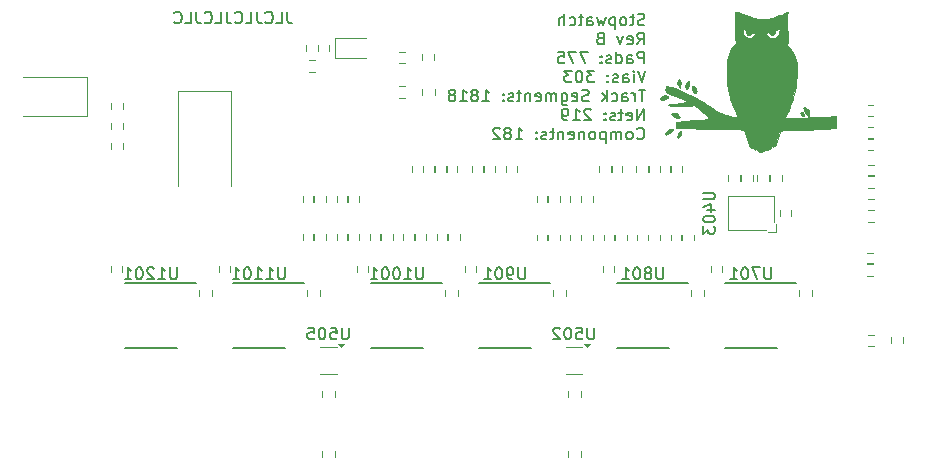
<source format=gbr>
G04 #@! TF.GenerationSoftware,KiCad,Pcbnew,8.0.1-rc1*
G04 #@! TF.CreationDate,2024-04-28T10:37:14-05:00*
G04 #@! TF.ProjectId,Stopwatch,53746f70-7761-4746-9368-2e6b69636164,rev?*
G04 #@! TF.SameCoordinates,Original*
G04 #@! TF.FileFunction,Legend,Bot*
G04 #@! TF.FilePolarity,Positive*
%FSLAX46Y46*%
G04 Gerber Fmt 4.6, Leading zero omitted, Abs format (unit mm)*
G04 Created by KiCad (PCBNEW 8.0.1-rc1) date 2024-04-28 10:37:14*
%MOMM*%
%LPD*%
G01*
G04 APERTURE LIST*
%ADD10C,0.150000*%
%ADD11C,0.120000*%
%ADD12C,0.010000*%
G04 APERTURE END LIST*
D10*
X142128639Y-84447336D02*
X141985782Y-84494955D01*
X141985782Y-84494955D02*
X141747687Y-84494955D01*
X141747687Y-84494955D02*
X141652449Y-84447336D01*
X141652449Y-84447336D02*
X141604830Y-84399716D01*
X141604830Y-84399716D02*
X141557211Y-84304478D01*
X141557211Y-84304478D02*
X141557211Y-84209240D01*
X141557211Y-84209240D02*
X141604830Y-84114002D01*
X141604830Y-84114002D02*
X141652449Y-84066383D01*
X141652449Y-84066383D02*
X141747687Y-84018764D01*
X141747687Y-84018764D02*
X141938163Y-83971145D01*
X141938163Y-83971145D02*
X142033401Y-83923526D01*
X142033401Y-83923526D02*
X142081020Y-83875907D01*
X142081020Y-83875907D02*
X142128639Y-83780669D01*
X142128639Y-83780669D02*
X142128639Y-83685431D01*
X142128639Y-83685431D02*
X142081020Y-83590193D01*
X142081020Y-83590193D02*
X142033401Y-83542574D01*
X142033401Y-83542574D02*
X141938163Y-83494955D01*
X141938163Y-83494955D02*
X141700068Y-83494955D01*
X141700068Y-83494955D02*
X141557211Y-83542574D01*
X141271496Y-83828288D02*
X140890544Y-83828288D01*
X141128639Y-83494955D02*
X141128639Y-84352097D01*
X141128639Y-84352097D02*
X141081020Y-84447336D01*
X141081020Y-84447336D02*
X140985782Y-84494955D01*
X140985782Y-84494955D02*
X140890544Y-84494955D01*
X140414353Y-84494955D02*
X140509591Y-84447336D01*
X140509591Y-84447336D02*
X140557210Y-84399716D01*
X140557210Y-84399716D02*
X140604829Y-84304478D01*
X140604829Y-84304478D02*
X140604829Y-84018764D01*
X140604829Y-84018764D02*
X140557210Y-83923526D01*
X140557210Y-83923526D02*
X140509591Y-83875907D01*
X140509591Y-83875907D02*
X140414353Y-83828288D01*
X140414353Y-83828288D02*
X140271496Y-83828288D01*
X140271496Y-83828288D02*
X140176258Y-83875907D01*
X140176258Y-83875907D02*
X140128639Y-83923526D01*
X140128639Y-83923526D02*
X140081020Y-84018764D01*
X140081020Y-84018764D02*
X140081020Y-84304478D01*
X140081020Y-84304478D02*
X140128639Y-84399716D01*
X140128639Y-84399716D02*
X140176258Y-84447336D01*
X140176258Y-84447336D02*
X140271496Y-84494955D01*
X140271496Y-84494955D02*
X140414353Y-84494955D01*
X139652448Y-83828288D02*
X139652448Y-84828288D01*
X139652448Y-83875907D02*
X139557210Y-83828288D01*
X139557210Y-83828288D02*
X139366734Y-83828288D01*
X139366734Y-83828288D02*
X139271496Y-83875907D01*
X139271496Y-83875907D02*
X139223877Y-83923526D01*
X139223877Y-83923526D02*
X139176258Y-84018764D01*
X139176258Y-84018764D02*
X139176258Y-84304478D01*
X139176258Y-84304478D02*
X139223877Y-84399716D01*
X139223877Y-84399716D02*
X139271496Y-84447336D01*
X139271496Y-84447336D02*
X139366734Y-84494955D01*
X139366734Y-84494955D02*
X139557210Y-84494955D01*
X139557210Y-84494955D02*
X139652448Y-84447336D01*
X138842924Y-83828288D02*
X138652448Y-84494955D01*
X138652448Y-84494955D02*
X138461972Y-84018764D01*
X138461972Y-84018764D02*
X138271496Y-84494955D01*
X138271496Y-84494955D02*
X138081020Y-83828288D01*
X137271496Y-84494955D02*
X137271496Y-83971145D01*
X137271496Y-83971145D02*
X137319115Y-83875907D01*
X137319115Y-83875907D02*
X137414353Y-83828288D01*
X137414353Y-83828288D02*
X137604829Y-83828288D01*
X137604829Y-83828288D02*
X137700067Y-83875907D01*
X137271496Y-84447336D02*
X137366734Y-84494955D01*
X137366734Y-84494955D02*
X137604829Y-84494955D01*
X137604829Y-84494955D02*
X137700067Y-84447336D01*
X137700067Y-84447336D02*
X137747686Y-84352097D01*
X137747686Y-84352097D02*
X137747686Y-84256859D01*
X137747686Y-84256859D02*
X137700067Y-84161621D01*
X137700067Y-84161621D02*
X137604829Y-84114002D01*
X137604829Y-84114002D02*
X137366734Y-84114002D01*
X137366734Y-84114002D02*
X137271496Y-84066383D01*
X136938162Y-83828288D02*
X136557210Y-83828288D01*
X136795305Y-83494955D02*
X136795305Y-84352097D01*
X136795305Y-84352097D02*
X136747686Y-84447336D01*
X136747686Y-84447336D02*
X136652448Y-84494955D01*
X136652448Y-84494955D02*
X136557210Y-84494955D01*
X135795305Y-84447336D02*
X135890543Y-84494955D01*
X135890543Y-84494955D02*
X136081019Y-84494955D01*
X136081019Y-84494955D02*
X136176257Y-84447336D01*
X136176257Y-84447336D02*
X136223876Y-84399716D01*
X136223876Y-84399716D02*
X136271495Y-84304478D01*
X136271495Y-84304478D02*
X136271495Y-84018764D01*
X136271495Y-84018764D02*
X136223876Y-83923526D01*
X136223876Y-83923526D02*
X136176257Y-83875907D01*
X136176257Y-83875907D02*
X136081019Y-83828288D01*
X136081019Y-83828288D02*
X135890543Y-83828288D01*
X135890543Y-83828288D02*
X135795305Y-83875907D01*
X135366733Y-84494955D02*
X135366733Y-83494955D01*
X134938162Y-84494955D02*
X134938162Y-83971145D01*
X134938162Y-83971145D02*
X134985781Y-83875907D01*
X134985781Y-83875907D02*
X135081019Y-83828288D01*
X135081019Y-83828288D02*
X135223876Y-83828288D01*
X135223876Y-83828288D02*
X135319114Y-83875907D01*
X135319114Y-83875907D02*
X135366733Y-83923526D01*
X141509592Y-86104899D02*
X141842925Y-85628708D01*
X142081020Y-86104899D02*
X142081020Y-85104899D01*
X142081020Y-85104899D02*
X141700068Y-85104899D01*
X141700068Y-85104899D02*
X141604830Y-85152518D01*
X141604830Y-85152518D02*
X141557211Y-85200137D01*
X141557211Y-85200137D02*
X141509592Y-85295375D01*
X141509592Y-85295375D02*
X141509592Y-85438232D01*
X141509592Y-85438232D02*
X141557211Y-85533470D01*
X141557211Y-85533470D02*
X141604830Y-85581089D01*
X141604830Y-85581089D02*
X141700068Y-85628708D01*
X141700068Y-85628708D02*
X142081020Y-85628708D01*
X140700068Y-86057280D02*
X140795306Y-86104899D01*
X140795306Y-86104899D02*
X140985782Y-86104899D01*
X140985782Y-86104899D02*
X141081020Y-86057280D01*
X141081020Y-86057280D02*
X141128639Y-85962041D01*
X141128639Y-85962041D02*
X141128639Y-85581089D01*
X141128639Y-85581089D02*
X141081020Y-85485851D01*
X141081020Y-85485851D02*
X140985782Y-85438232D01*
X140985782Y-85438232D02*
X140795306Y-85438232D01*
X140795306Y-85438232D02*
X140700068Y-85485851D01*
X140700068Y-85485851D02*
X140652449Y-85581089D01*
X140652449Y-85581089D02*
X140652449Y-85676327D01*
X140652449Y-85676327D02*
X141128639Y-85771565D01*
X140319115Y-85438232D02*
X140081020Y-86104899D01*
X140081020Y-86104899D02*
X139842925Y-85438232D01*
X138366734Y-85581089D02*
X138223877Y-85628708D01*
X138223877Y-85628708D02*
X138176258Y-85676327D01*
X138176258Y-85676327D02*
X138128639Y-85771565D01*
X138128639Y-85771565D02*
X138128639Y-85914422D01*
X138128639Y-85914422D02*
X138176258Y-86009660D01*
X138176258Y-86009660D02*
X138223877Y-86057280D01*
X138223877Y-86057280D02*
X138319115Y-86104899D01*
X138319115Y-86104899D02*
X138700067Y-86104899D01*
X138700067Y-86104899D02*
X138700067Y-85104899D01*
X138700067Y-85104899D02*
X138366734Y-85104899D01*
X138366734Y-85104899D02*
X138271496Y-85152518D01*
X138271496Y-85152518D02*
X138223877Y-85200137D01*
X138223877Y-85200137D02*
X138176258Y-85295375D01*
X138176258Y-85295375D02*
X138176258Y-85390613D01*
X138176258Y-85390613D02*
X138223877Y-85485851D01*
X138223877Y-85485851D02*
X138271496Y-85533470D01*
X138271496Y-85533470D02*
X138366734Y-85581089D01*
X138366734Y-85581089D02*
X138700067Y-85581089D01*
X142081020Y-87714843D02*
X142081020Y-86714843D01*
X142081020Y-86714843D02*
X141700068Y-86714843D01*
X141700068Y-86714843D02*
X141604830Y-86762462D01*
X141604830Y-86762462D02*
X141557211Y-86810081D01*
X141557211Y-86810081D02*
X141509592Y-86905319D01*
X141509592Y-86905319D02*
X141509592Y-87048176D01*
X141509592Y-87048176D02*
X141557211Y-87143414D01*
X141557211Y-87143414D02*
X141604830Y-87191033D01*
X141604830Y-87191033D02*
X141700068Y-87238652D01*
X141700068Y-87238652D02*
X142081020Y-87238652D01*
X140652449Y-87714843D02*
X140652449Y-87191033D01*
X140652449Y-87191033D02*
X140700068Y-87095795D01*
X140700068Y-87095795D02*
X140795306Y-87048176D01*
X140795306Y-87048176D02*
X140985782Y-87048176D01*
X140985782Y-87048176D02*
X141081020Y-87095795D01*
X140652449Y-87667224D02*
X140747687Y-87714843D01*
X140747687Y-87714843D02*
X140985782Y-87714843D01*
X140985782Y-87714843D02*
X141081020Y-87667224D01*
X141081020Y-87667224D02*
X141128639Y-87571985D01*
X141128639Y-87571985D02*
X141128639Y-87476747D01*
X141128639Y-87476747D02*
X141081020Y-87381509D01*
X141081020Y-87381509D02*
X140985782Y-87333890D01*
X140985782Y-87333890D02*
X140747687Y-87333890D01*
X140747687Y-87333890D02*
X140652449Y-87286271D01*
X139747687Y-87714843D02*
X139747687Y-86714843D01*
X139747687Y-87667224D02*
X139842925Y-87714843D01*
X139842925Y-87714843D02*
X140033401Y-87714843D01*
X140033401Y-87714843D02*
X140128639Y-87667224D01*
X140128639Y-87667224D02*
X140176258Y-87619604D01*
X140176258Y-87619604D02*
X140223877Y-87524366D01*
X140223877Y-87524366D02*
X140223877Y-87238652D01*
X140223877Y-87238652D02*
X140176258Y-87143414D01*
X140176258Y-87143414D02*
X140128639Y-87095795D01*
X140128639Y-87095795D02*
X140033401Y-87048176D01*
X140033401Y-87048176D02*
X139842925Y-87048176D01*
X139842925Y-87048176D02*
X139747687Y-87095795D01*
X139319115Y-87667224D02*
X139223877Y-87714843D01*
X139223877Y-87714843D02*
X139033401Y-87714843D01*
X139033401Y-87714843D02*
X138938163Y-87667224D01*
X138938163Y-87667224D02*
X138890544Y-87571985D01*
X138890544Y-87571985D02*
X138890544Y-87524366D01*
X138890544Y-87524366D02*
X138938163Y-87429128D01*
X138938163Y-87429128D02*
X139033401Y-87381509D01*
X139033401Y-87381509D02*
X139176258Y-87381509D01*
X139176258Y-87381509D02*
X139271496Y-87333890D01*
X139271496Y-87333890D02*
X139319115Y-87238652D01*
X139319115Y-87238652D02*
X139319115Y-87191033D01*
X139319115Y-87191033D02*
X139271496Y-87095795D01*
X139271496Y-87095795D02*
X139176258Y-87048176D01*
X139176258Y-87048176D02*
X139033401Y-87048176D01*
X139033401Y-87048176D02*
X138938163Y-87095795D01*
X138461972Y-87619604D02*
X138414353Y-87667224D01*
X138414353Y-87667224D02*
X138461972Y-87714843D01*
X138461972Y-87714843D02*
X138509591Y-87667224D01*
X138509591Y-87667224D02*
X138461972Y-87619604D01*
X138461972Y-87619604D02*
X138461972Y-87714843D01*
X138461972Y-87095795D02*
X138414353Y-87143414D01*
X138414353Y-87143414D02*
X138461972Y-87191033D01*
X138461972Y-87191033D02*
X138509591Y-87143414D01*
X138509591Y-87143414D02*
X138461972Y-87095795D01*
X138461972Y-87095795D02*
X138461972Y-87191033D01*
X137319115Y-86714843D02*
X136652449Y-86714843D01*
X136652449Y-86714843D02*
X137081020Y-87714843D01*
X136366734Y-86714843D02*
X135700068Y-86714843D01*
X135700068Y-86714843D02*
X136128639Y-87714843D01*
X134842925Y-86714843D02*
X135319115Y-86714843D01*
X135319115Y-86714843D02*
X135366734Y-87191033D01*
X135366734Y-87191033D02*
X135319115Y-87143414D01*
X135319115Y-87143414D02*
X135223877Y-87095795D01*
X135223877Y-87095795D02*
X134985782Y-87095795D01*
X134985782Y-87095795D02*
X134890544Y-87143414D01*
X134890544Y-87143414D02*
X134842925Y-87191033D01*
X134842925Y-87191033D02*
X134795306Y-87286271D01*
X134795306Y-87286271D02*
X134795306Y-87524366D01*
X134795306Y-87524366D02*
X134842925Y-87619604D01*
X134842925Y-87619604D02*
X134890544Y-87667224D01*
X134890544Y-87667224D02*
X134985782Y-87714843D01*
X134985782Y-87714843D02*
X135223877Y-87714843D01*
X135223877Y-87714843D02*
X135319115Y-87667224D01*
X135319115Y-87667224D02*
X135366734Y-87619604D01*
X142223877Y-88324787D02*
X141890544Y-89324787D01*
X141890544Y-89324787D02*
X141557211Y-88324787D01*
X141223877Y-89324787D02*
X141223877Y-88658120D01*
X141223877Y-88324787D02*
X141271496Y-88372406D01*
X141271496Y-88372406D02*
X141223877Y-88420025D01*
X141223877Y-88420025D02*
X141176258Y-88372406D01*
X141176258Y-88372406D02*
X141223877Y-88324787D01*
X141223877Y-88324787D02*
X141223877Y-88420025D01*
X140319116Y-89324787D02*
X140319116Y-88800977D01*
X140319116Y-88800977D02*
X140366735Y-88705739D01*
X140366735Y-88705739D02*
X140461973Y-88658120D01*
X140461973Y-88658120D02*
X140652449Y-88658120D01*
X140652449Y-88658120D02*
X140747687Y-88705739D01*
X140319116Y-89277168D02*
X140414354Y-89324787D01*
X140414354Y-89324787D02*
X140652449Y-89324787D01*
X140652449Y-89324787D02*
X140747687Y-89277168D01*
X140747687Y-89277168D02*
X140795306Y-89181929D01*
X140795306Y-89181929D02*
X140795306Y-89086691D01*
X140795306Y-89086691D02*
X140747687Y-88991453D01*
X140747687Y-88991453D02*
X140652449Y-88943834D01*
X140652449Y-88943834D02*
X140414354Y-88943834D01*
X140414354Y-88943834D02*
X140319116Y-88896215D01*
X139890544Y-89277168D02*
X139795306Y-89324787D01*
X139795306Y-89324787D02*
X139604830Y-89324787D01*
X139604830Y-89324787D02*
X139509592Y-89277168D01*
X139509592Y-89277168D02*
X139461973Y-89181929D01*
X139461973Y-89181929D02*
X139461973Y-89134310D01*
X139461973Y-89134310D02*
X139509592Y-89039072D01*
X139509592Y-89039072D02*
X139604830Y-88991453D01*
X139604830Y-88991453D02*
X139747687Y-88991453D01*
X139747687Y-88991453D02*
X139842925Y-88943834D01*
X139842925Y-88943834D02*
X139890544Y-88848596D01*
X139890544Y-88848596D02*
X139890544Y-88800977D01*
X139890544Y-88800977D02*
X139842925Y-88705739D01*
X139842925Y-88705739D02*
X139747687Y-88658120D01*
X139747687Y-88658120D02*
X139604830Y-88658120D01*
X139604830Y-88658120D02*
X139509592Y-88705739D01*
X139033401Y-89229548D02*
X138985782Y-89277168D01*
X138985782Y-89277168D02*
X139033401Y-89324787D01*
X139033401Y-89324787D02*
X139081020Y-89277168D01*
X139081020Y-89277168D02*
X139033401Y-89229548D01*
X139033401Y-89229548D02*
X139033401Y-89324787D01*
X139033401Y-88705739D02*
X138985782Y-88753358D01*
X138985782Y-88753358D02*
X139033401Y-88800977D01*
X139033401Y-88800977D02*
X139081020Y-88753358D01*
X139081020Y-88753358D02*
X139033401Y-88705739D01*
X139033401Y-88705739D02*
X139033401Y-88800977D01*
X137890544Y-88324787D02*
X137271497Y-88324787D01*
X137271497Y-88324787D02*
X137604830Y-88705739D01*
X137604830Y-88705739D02*
X137461973Y-88705739D01*
X137461973Y-88705739D02*
X137366735Y-88753358D01*
X137366735Y-88753358D02*
X137319116Y-88800977D01*
X137319116Y-88800977D02*
X137271497Y-88896215D01*
X137271497Y-88896215D02*
X137271497Y-89134310D01*
X137271497Y-89134310D02*
X137319116Y-89229548D01*
X137319116Y-89229548D02*
X137366735Y-89277168D01*
X137366735Y-89277168D02*
X137461973Y-89324787D01*
X137461973Y-89324787D02*
X137747687Y-89324787D01*
X137747687Y-89324787D02*
X137842925Y-89277168D01*
X137842925Y-89277168D02*
X137890544Y-89229548D01*
X136652449Y-88324787D02*
X136557211Y-88324787D01*
X136557211Y-88324787D02*
X136461973Y-88372406D01*
X136461973Y-88372406D02*
X136414354Y-88420025D01*
X136414354Y-88420025D02*
X136366735Y-88515263D01*
X136366735Y-88515263D02*
X136319116Y-88705739D01*
X136319116Y-88705739D02*
X136319116Y-88943834D01*
X136319116Y-88943834D02*
X136366735Y-89134310D01*
X136366735Y-89134310D02*
X136414354Y-89229548D01*
X136414354Y-89229548D02*
X136461973Y-89277168D01*
X136461973Y-89277168D02*
X136557211Y-89324787D01*
X136557211Y-89324787D02*
X136652449Y-89324787D01*
X136652449Y-89324787D02*
X136747687Y-89277168D01*
X136747687Y-89277168D02*
X136795306Y-89229548D01*
X136795306Y-89229548D02*
X136842925Y-89134310D01*
X136842925Y-89134310D02*
X136890544Y-88943834D01*
X136890544Y-88943834D02*
X136890544Y-88705739D01*
X136890544Y-88705739D02*
X136842925Y-88515263D01*
X136842925Y-88515263D02*
X136795306Y-88420025D01*
X136795306Y-88420025D02*
X136747687Y-88372406D01*
X136747687Y-88372406D02*
X136652449Y-88324787D01*
X135985782Y-88324787D02*
X135366735Y-88324787D01*
X135366735Y-88324787D02*
X135700068Y-88705739D01*
X135700068Y-88705739D02*
X135557211Y-88705739D01*
X135557211Y-88705739D02*
X135461973Y-88753358D01*
X135461973Y-88753358D02*
X135414354Y-88800977D01*
X135414354Y-88800977D02*
X135366735Y-88896215D01*
X135366735Y-88896215D02*
X135366735Y-89134310D01*
X135366735Y-89134310D02*
X135414354Y-89229548D01*
X135414354Y-89229548D02*
X135461973Y-89277168D01*
X135461973Y-89277168D02*
X135557211Y-89324787D01*
X135557211Y-89324787D02*
X135842925Y-89324787D01*
X135842925Y-89324787D02*
X135938163Y-89277168D01*
X135938163Y-89277168D02*
X135985782Y-89229548D01*
X142223877Y-89934731D02*
X141652449Y-89934731D01*
X141938163Y-90934731D02*
X141938163Y-89934731D01*
X141319115Y-90934731D02*
X141319115Y-90268064D01*
X141319115Y-90458540D02*
X141271496Y-90363302D01*
X141271496Y-90363302D02*
X141223877Y-90315683D01*
X141223877Y-90315683D02*
X141128639Y-90268064D01*
X141128639Y-90268064D02*
X141033401Y-90268064D01*
X140271496Y-90934731D02*
X140271496Y-90410921D01*
X140271496Y-90410921D02*
X140319115Y-90315683D01*
X140319115Y-90315683D02*
X140414353Y-90268064D01*
X140414353Y-90268064D02*
X140604829Y-90268064D01*
X140604829Y-90268064D02*
X140700067Y-90315683D01*
X140271496Y-90887112D02*
X140366734Y-90934731D01*
X140366734Y-90934731D02*
X140604829Y-90934731D01*
X140604829Y-90934731D02*
X140700067Y-90887112D01*
X140700067Y-90887112D02*
X140747686Y-90791873D01*
X140747686Y-90791873D02*
X140747686Y-90696635D01*
X140747686Y-90696635D02*
X140700067Y-90601397D01*
X140700067Y-90601397D02*
X140604829Y-90553778D01*
X140604829Y-90553778D02*
X140366734Y-90553778D01*
X140366734Y-90553778D02*
X140271496Y-90506159D01*
X139366734Y-90887112D02*
X139461972Y-90934731D01*
X139461972Y-90934731D02*
X139652448Y-90934731D01*
X139652448Y-90934731D02*
X139747686Y-90887112D01*
X139747686Y-90887112D02*
X139795305Y-90839492D01*
X139795305Y-90839492D02*
X139842924Y-90744254D01*
X139842924Y-90744254D02*
X139842924Y-90458540D01*
X139842924Y-90458540D02*
X139795305Y-90363302D01*
X139795305Y-90363302D02*
X139747686Y-90315683D01*
X139747686Y-90315683D02*
X139652448Y-90268064D01*
X139652448Y-90268064D02*
X139461972Y-90268064D01*
X139461972Y-90268064D02*
X139366734Y-90315683D01*
X138938162Y-90934731D02*
X138938162Y-89934731D01*
X138842924Y-90553778D02*
X138557210Y-90934731D01*
X138557210Y-90268064D02*
X138938162Y-90649016D01*
X137414352Y-90887112D02*
X137271495Y-90934731D01*
X137271495Y-90934731D02*
X137033400Y-90934731D01*
X137033400Y-90934731D02*
X136938162Y-90887112D01*
X136938162Y-90887112D02*
X136890543Y-90839492D01*
X136890543Y-90839492D02*
X136842924Y-90744254D01*
X136842924Y-90744254D02*
X136842924Y-90649016D01*
X136842924Y-90649016D02*
X136890543Y-90553778D01*
X136890543Y-90553778D02*
X136938162Y-90506159D01*
X136938162Y-90506159D02*
X137033400Y-90458540D01*
X137033400Y-90458540D02*
X137223876Y-90410921D01*
X137223876Y-90410921D02*
X137319114Y-90363302D01*
X137319114Y-90363302D02*
X137366733Y-90315683D01*
X137366733Y-90315683D02*
X137414352Y-90220445D01*
X137414352Y-90220445D02*
X137414352Y-90125207D01*
X137414352Y-90125207D02*
X137366733Y-90029969D01*
X137366733Y-90029969D02*
X137319114Y-89982350D01*
X137319114Y-89982350D02*
X137223876Y-89934731D01*
X137223876Y-89934731D02*
X136985781Y-89934731D01*
X136985781Y-89934731D02*
X136842924Y-89982350D01*
X136033400Y-90887112D02*
X136128638Y-90934731D01*
X136128638Y-90934731D02*
X136319114Y-90934731D01*
X136319114Y-90934731D02*
X136414352Y-90887112D01*
X136414352Y-90887112D02*
X136461971Y-90791873D01*
X136461971Y-90791873D02*
X136461971Y-90410921D01*
X136461971Y-90410921D02*
X136414352Y-90315683D01*
X136414352Y-90315683D02*
X136319114Y-90268064D01*
X136319114Y-90268064D02*
X136128638Y-90268064D01*
X136128638Y-90268064D02*
X136033400Y-90315683D01*
X136033400Y-90315683D02*
X135985781Y-90410921D01*
X135985781Y-90410921D02*
X135985781Y-90506159D01*
X135985781Y-90506159D02*
X136461971Y-90601397D01*
X135128638Y-90268064D02*
X135128638Y-91077588D01*
X135128638Y-91077588D02*
X135176257Y-91172826D01*
X135176257Y-91172826D02*
X135223876Y-91220445D01*
X135223876Y-91220445D02*
X135319114Y-91268064D01*
X135319114Y-91268064D02*
X135461971Y-91268064D01*
X135461971Y-91268064D02*
X135557209Y-91220445D01*
X135128638Y-90887112D02*
X135223876Y-90934731D01*
X135223876Y-90934731D02*
X135414352Y-90934731D01*
X135414352Y-90934731D02*
X135509590Y-90887112D01*
X135509590Y-90887112D02*
X135557209Y-90839492D01*
X135557209Y-90839492D02*
X135604828Y-90744254D01*
X135604828Y-90744254D02*
X135604828Y-90458540D01*
X135604828Y-90458540D02*
X135557209Y-90363302D01*
X135557209Y-90363302D02*
X135509590Y-90315683D01*
X135509590Y-90315683D02*
X135414352Y-90268064D01*
X135414352Y-90268064D02*
X135223876Y-90268064D01*
X135223876Y-90268064D02*
X135128638Y-90315683D01*
X134652447Y-90934731D02*
X134652447Y-90268064D01*
X134652447Y-90363302D02*
X134604828Y-90315683D01*
X134604828Y-90315683D02*
X134509590Y-90268064D01*
X134509590Y-90268064D02*
X134366733Y-90268064D01*
X134366733Y-90268064D02*
X134271495Y-90315683D01*
X134271495Y-90315683D02*
X134223876Y-90410921D01*
X134223876Y-90410921D02*
X134223876Y-90934731D01*
X134223876Y-90410921D02*
X134176257Y-90315683D01*
X134176257Y-90315683D02*
X134081019Y-90268064D01*
X134081019Y-90268064D02*
X133938162Y-90268064D01*
X133938162Y-90268064D02*
X133842923Y-90315683D01*
X133842923Y-90315683D02*
X133795304Y-90410921D01*
X133795304Y-90410921D02*
X133795304Y-90934731D01*
X132938162Y-90887112D02*
X133033400Y-90934731D01*
X133033400Y-90934731D02*
X133223876Y-90934731D01*
X133223876Y-90934731D02*
X133319114Y-90887112D01*
X133319114Y-90887112D02*
X133366733Y-90791873D01*
X133366733Y-90791873D02*
X133366733Y-90410921D01*
X133366733Y-90410921D02*
X133319114Y-90315683D01*
X133319114Y-90315683D02*
X133223876Y-90268064D01*
X133223876Y-90268064D02*
X133033400Y-90268064D01*
X133033400Y-90268064D02*
X132938162Y-90315683D01*
X132938162Y-90315683D02*
X132890543Y-90410921D01*
X132890543Y-90410921D02*
X132890543Y-90506159D01*
X132890543Y-90506159D02*
X133366733Y-90601397D01*
X132461971Y-90268064D02*
X132461971Y-90934731D01*
X132461971Y-90363302D02*
X132414352Y-90315683D01*
X132414352Y-90315683D02*
X132319114Y-90268064D01*
X132319114Y-90268064D02*
X132176257Y-90268064D01*
X132176257Y-90268064D02*
X132081019Y-90315683D01*
X132081019Y-90315683D02*
X132033400Y-90410921D01*
X132033400Y-90410921D02*
X132033400Y-90934731D01*
X131700066Y-90268064D02*
X131319114Y-90268064D01*
X131557209Y-89934731D02*
X131557209Y-90791873D01*
X131557209Y-90791873D02*
X131509590Y-90887112D01*
X131509590Y-90887112D02*
X131414352Y-90934731D01*
X131414352Y-90934731D02*
X131319114Y-90934731D01*
X131033399Y-90887112D02*
X130938161Y-90934731D01*
X130938161Y-90934731D02*
X130747685Y-90934731D01*
X130747685Y-90934731D02*
X130652447Y-90887112D01*
X130652447Y-90887112D02*
X130604828Y-90791873D01*
X130604828Y-90791873D02*
X130604828Y-90744254D01*
X130604828Y-90744254D02*
X130652447Y-90649016D01*
X130652447Y-90649016D02*
X130747685Y-90601397D01*
X130747685Y-90601397D02*
X130890542Y-90601397D01*
X130890542Y-90601397D02*
X130985780Y-90553778D01*
X130985780Y-90553778D02*
X131033399Y-90458540D01*
X131033399Y-90458540D02*
X131033399Y-90410921D01*
X131033399Y-90410921D02*
X130985780Y-90315683D01*
X130985780Y-90315683D02*
X130890542Y-90268064D01*
X130890542Y-90268064D02*
X130747685Y-90268064D01*
X130747685Y-90268064D02*
X130652447Y-90315683D01*
X130176256Y-90839492D02*
X130128637Y-90887112D01*
X130128637Y-90887112D02*
X130176256Y-90934731D01*
X130176256Y-90934731D02*
X130223875Y-90887112D01*
X130223875Y-90887112D02*
X130176256Y-90839492D01*
X130176256Y-90839492D02*
X130176256Y-90934731D01*
X130176256Y-90315683D02*
X130128637Y-90363302D01*
X130128637Y-90363302D02*
X130176256Y-90410921D01*
X130176256Y-90410921D02*
X130223875Y-90363302D01*
X130223875Y-90363302D02*
X130176256Y-90315683D01*
X130176256Y-90315683D02*
X130176256Y-90410921D01*
X128414352Y-90934731D02*
X128985780Y-90934731D01*
X128700066Y-90934731D02*
X128700066Y-89934731D01*
X128700066Y-89934731D02*
X128795304Y-90077588D01*
X128795304Y-90077588D02*
X128890542Y-90172826D01*
X128890542Y-90172826D02*
X128985780Y-90220445D01*
X127842923Y-90363302D02*
X127938161Y-90315683D01*
X127938161Y-90315683D02*
X127985780Y-90268064D01*
X127985780Y-90268064D02*
X128033399Y-90172826D01*
X128033399Y-90172826D02*
X128033399Y-90125207D01*
X128033399Y-90125207D02*
X127985780Y-90029969D01*
X127985780Y-90029969D02*
X127938161Y-89982350D01*
X127938161Y-89982350D02*
X127842923Y-89934731D01*
X127842923Y-89934731D02*
X127652447Y-89934731D01*
X127652447Y-89934731D02*
X127557209Y-89982350D01*
X127557209Y-89982350D02*
X127509590Y-90029969D01*
X127509590Y-90029969D02*
X127461971Y-90125207D01*
X127461971Y-90125207D02*
X127461971Y-90172826D01*
X127461971Y-90172826D02*
X127509590Y-90268064D01*
X127509590Y-90268064D02*
X127557209Y-90315683D01*
X127557209Y-90315683D02*
X127652447Y-90363302D01*
X127652447Y-90363302D02*
X127842923Y-90363302D01*
X127842923Y-90363302D02*
X127938161Y-90410921D01*
X127938161Y-90410921D02*
X127985780Y-90458540D01*
X127985780Y-90458540D02*
X128033399Y-90553778D01*
X128033399Y-90553778D02*
X128033399Y-90744254D01*
X128033399Y-90744254D02*
X127985780Y-90839492D01*
X127985780Y-90839492D02*
X127938161Y-90887112D01*
X127938161Y-90887112D02*
X127842923Y-90934731D01*
X127842923Y-90934731D02*
X127652447Y-90934731D01*
X127652447Y-90934731D02*
X127557209Y-90887112D01*
X127557209Y-90887112D02*
X127509590Y-90839492D01*
X127509590Y-90839492D02*
X127461971Y-90744254D01*
X127461971Y-90744254D02*
X127461971Y-90553778D01*
X127461971Y-90553778D02*
X127509590Y-90458540D01*
X127509590Y-90458540D02*
X127557209Y-90410921D01*
X127557209Y-90410921D02*
X127652447Y-90363302D01*
X126509590Y-90934731D02*
X127081018Y-90934731D01*
X126795304Y-90934731D02*
X126795304Y-89934731D01*
X126795304Y-89934731D02*
X126890542Y-90077588D01*
X126890542Y-90077588D02*
X126985780Y-90172826D01*
X126985780Y-90172826D02*
X127081018Y-90220445D01*
X125938161Y-90363302D02*
X126033399Y-90315683D01*
X126033399Y-90315683D02*
X126081018Y-90268064D01*
X126081018Y-90268064D02*
X126128637Y-90172826D01*
X126128637Y-90172826D02*
X126128637Y-90125207D01*
X126128637Y-90125207D02*
X126081018Y-90029969D01*
X126081018Y-90029969D02*
X126033399Y-89982350D01*
X126033399Y-89982350D02*
X125938161Y-89934731D01*
X125938161Y-89934731D02*
X125747685Y-89934731D01*
X125747685Y-89934731D02*
X125652447Y-89982350D01*
X125652447Y-89982350D02*
X125604828Y-90029969D01*
X125604828Y-90029969D02*
X125557209Y-90125207D01*
X125557209Y-90125207D02*
X125557209Y-90172826D01*
X125557209Y-90172826D02*
X125604828Y-90268064D01*
X125604828Y-90268064D02*
X125652447Y-90315683D01*
X125652447Y-90315683D02*
X125747685Y-90363302D01*
X125747685Y-90363302D02*
X125938161Y-90363302D01*
X125938161Y-90363302D02*
X126033399Y-90410921D01*
X126033399Y-90410921D02*
X126081018Y-90458540D01*
X126081018Y-90458540D02*
X126128637Y-90553778D01*
X126128637Y-90553778D02*
X126128637Y-90744254D01*
X126128637Y-90744254D02*
X126081018Y-90839492D01*
X126081018Y-90839492D02*
X126033399Y-90887112D01*
X126033399Y-90887112D02*
X125938161Y-90934731D01*
X125938161Y-90934731D02*
X125747685Y-90934731D01*
X125747685Y-90934731D02*
X125652447Y-90887112D01*
X125652447Y-90887112D02*
X125604828Y-90839492D01*
X125604828Y-90839492D02*
X125557209Y-90744254D01*
X125557209Y-90744254D02*
X125557209Y-90553778D01*
X125557209Y-90553778D02*
X125604828Y-90458540D01*
X125604828Y-90458540D02*
X125652447Y-90410921D01*
X125652447Y-90410921D02*
X125747685Y-90363302D01*
X142081020Y-92544675D02*
X142081020Y-91544675D01*
X142081020Y-91544675D02*
X141509592Y-92544675D01*
X141509592Y-92544675D02*
X141509592Y-91544675D01*
X140652449Y-92497056D02*
X140747687Y-92544675D01*
X140747687Y-92544675D02*
X140938163Y-92544675D01*
X140938163Y-92544675D02*
X141033401Y-92497056D01*
X141033401Y-92497056D02*
X141081020Y-92401817D01*
X141081020Y-92401817D02*
X141081020Y-92020865D01*
X141081020Y-92020865D02*
X141033401Y-91925627D01*
X141033401Y-91925627D02*
X140938163Y-91878008D01*
X140938163Y-91878008D02*
X140747687Y-91878008D01*
X140747687Y-91878008D02*
X140652449Y-91925627D01*
X140652449Y-91925627D02*
X140604830Y-92020865D01*
X140604830Y-92020865D02*
X140604830Y-92116103D01*
X140604830Y-92116103D02*
X141081020Y-92211341D01*
X140319115Y-91878008D02*
X139938163Y-91878008D01*
X140176258Y-91544675D02*
X140176258Y-92401817D01*
X140176258Y-92401817D02*
X140128639Y-92497056D01*
X140128639Y-92497056D02*
X140033401Y-92544675D01*
X140033401Y-92544675D02*
X139938163Y-92544675D01*
X139652448Y-92497056D02*
X139557210Y-92544675D01*
X139557210Y-92544675D02*
X139366734Y-92544675D01*
X139366734Y-92544675D02*
X139271496Y-92497056D01*
X139271496Y-92497056D02*
X139223877Y-92401817D01*
X139223877Y-92401817D02*
X139223877Y-92354198D01*
X139223877Y-92354198D02*
X139271496Y-92258960D01*
X139271496Y-92258960D02*
X139366734Y-92211341D01*
X139366734Y-92211341D02*
X139509591Y-92211341D01*
X139509591Y-92211341D02*
X139604829Y-92163722D01*
X139604829Y-92163722D02*
X139652448Y-92068484D01*
X139652448Y-92068484D02*
X139652448Y-92020865D01*
X139652448Y-92020865D02*
X139604829Y-91925627D01*
X139604829Y-91925627D02*
X139509591Y-91878008D01*
X139509591Y-91878008D02*
X139366734Y-91878008D01*
X139366734Y-91878008D02*
X139271496Y-91925627D01*
X138795305Y-92449436D02*
X138747686Y-92497056D01*
X138747686Y-92497056D02*
X138795305Y-92544675D01*
X138795305Y-92544675D02*
X138842924Y-92497056D01*
X138842924Y-92497056D02*
X138795305Y-92449436D01*
X138795305Y-92449436D02*
X138795305Y-92544675D01*
X138795305Y-91925627D02*
X138747686Y-91973246D01*
X138747686Y-91973246D02*
X138795305Y-92020865D01*
X138795305Y-92020865D02*
X138842924Y-91973246D01*
X138842924Y-91973246D02*
X138795305Y-91925627D01*
X138795305Y-91925627D02*
X138795305Y-92020865D01*
X137604829Y-91639913D02*
X137557210Y-91592294D01*
X137557210Y-91592294D02*
X137461972Y-91544675D01*
X137461972Y-91544675D02*
X137223877Y-91544675D01*
X137223877Y-91544675D02*
X137128639Y-91592294D01*
X137128639Y-91592294D02*
X137081020Y-91639913D01*
X137081020Y-91639913D02*
X137033401Y-91735151D01*
X137033401Y-91735151D02*
X137033401Y-91830389D01*
X137033401Y-91830389D02*
X137081020Y-91973246D01*
X137081020Y-91973246D02*
X137652448Y-92544675D01*
X137652448Y-92544675D02*
X137033401Y-92544675D01*
X136081020Y-92544675D02*
X136652448Y-92544675D01*
X136366734Y-92544675D02*
X136366734Y-91544675D01*
X136366734Y-91544675D02*
X136461972Y-91687532D01*
X136461972Y-91687532D02*
X136557210Y-91782770D01*
X136557210Y-91782770D02*
X136652448Y-91830389D01*
X135604829Y-92544675D02*
X135414353Y-92544675D01*
X135414353Y-92544675D02*
X135319115Y-92497056D01*
X135319115Y-92497056D02*
X135271496Y-92449436D01*
X135271496Y-92449436D02*
X135176258Y-92306579D01*
X135176258Y-92306579D02*
X135128639Y-92116103D01*
X135128639Y-92116103D02*
X135128639Y-91735151D01*
X135128639Y-91735151D02*
X135176258Y-91639913D01*
X135176258Y-91639913D02*
X135223877Y-91592294D01*
X135223877Y-91592294D02*
X135319115Y-91544675D01*
X135319115Y-91544675D02*
X135509591Y-91544675D01*
X135509591Y-91544675D02*
X135604829Y-91592294D01*
X135604829Y-91592294D02*
X135652448Y-91639913D01*
X135652448Y-91639913D02*
X135700067Y-91735151D01*
X135700067Y-91735151D02*
X135700067Y-91973246D01*
X135700067Y-91973246D02*
X135652448Y-92068484D01*
X135652448Y-92068484D02*
X135604829Y-92116103D01*
X135604829Y-92116103D02*
X135509591Y-92163722D01*
X135509591Y-92163722D02*
X135319115Y-92163722D01*
X135319115Y-92163722D02*
X135223877Y-92116103D01*
X135223877Y-92116103D02*
X135176258Y-92068484D01*
X135176258Y-92068484D02*
X135128639Y-91973246D01*
X141509592Y-94059380D02*
X141557211Y-94107000D01*
X141557211Y-94107000D02*
X141700068Y-94154619D01*
X141700068Y-94154619D02*
X141795306Y-94154619D01*
X141795306Y-94154619D02*
X141938163Y-94107000D01*
X141938163Y-94107000D02*
X142033401Y-94011761D01*
X142033401Y-94011761D02*
X142081020Y-93916523D01*
X142081020Y-93916523D02*
X142128639Y-93726047D01*
X142128639Y-93726047D02*
X142128639Y-93583190D01*
X142128639Y-93583190D02*
X142081020Y-93392714D01*
X142081020Y-93392714D02*
X142033401Y-93297476D01*
X142033401Y-93297476D02*
X141938163Y-93202238D01*
X141938163Y-93202238D02*
X141795306Y-93154619D01*
X141795306Y-93154619D02*
X141700068Y-93154619D01*
X141700068Y-93154619D02*
X141557211Y-93202238D01*
X141557211Y-93202238D02*
X141509592Y-93249857D01*
X140938163Y-94154619D02*
X141033401Y-94107000D01*
X141033401Y-94107000D02*
X141081020Y-94059380D01*
X141081020Y-94059380D02*
X141128639Y-93964142D01*
X141128639Y-93964142D02*
X141128639Y-93678428D01*
X141128639Y-93678428D02*
X141081020Y-93583190D01*
X141081020Y-93583190D02*
X141033401Y-93535571D01*
X141033401Y-93535571D02*
X140938163Y-93487952D01*
X140938163Y-93487952D02*
X140795306Y-93487952D01*
X140795306Y-93487952D02*
X140700068Y-93535571D01*
X140700068Y-93535571D02*
X140652449Y-93583190D01*
X140652449Y-93583190D02*
X140604830Y-93678428D01*
X140604830Y-93678428D02*
X140604830Y-93964142D01*
X140604830Y-93964142D02*
X140652449Y-94059380D01*
X140652449Y-94059380D02*
X140700068Y-94107000D01*
X140700068Y-94107000D02*
X140795306Y-94154619D01*
X140795306Y-94154619D02*
X140938163Y-94154619D01*
X140176258Y-94154619D02*
X140176258Y-93487952D01*
X140176258Y-93583190D02*
X140128639Y-93535571D01*
X140128639Y-93535571D02*
X140033401Y-93487952D01*
X140033401Y-93487952D02*
X139890544Y-93487952D01*
X139890544Y-93487952D02*
X139795306Y-93535571D01*
X139795306Y-93535571D02*
X139747687Y-93630809D01*
X139747687Y-93630809D02*
X139747687Y-94154619D01*
X139747687Y-93630809D02*
X139700068Y-93535571D01*
X139700068Y-93535571D02*
X139604830Y-93487952D01*
X139604830Y-93487952D02*
X139461973Y-93487952D01*
X139461973Y-93487952D02*
X139366734Y-93535571D01*
X139366734Y-93535571D02*
X139319115Y-93630809D01*
X139319115Y-93630809D02*
X139319115Y-94154619D01*
X138842925Y-93487952D02*
X138842925Y-94487952D01*
X138842925Y-93535571D02*
X138747687Y-93487952D01*
X138747687Y-93487952D02*
X138557211Y-93487952D01*
X138557211Y-93487952D02*
X138461973Y-93535571D01*
X138461973Y-93535571D02*
X138414354Y-93583190D01*
X138414354Y-93583190D02*
X138366735Y-93678428D01*
X138366735Y-93678428D02*
X138366735Y-93964142D01*
X138366735Y-93964142D02*
X138414354Y-94059380D01*
X138414354Y-94059380D02*
X138461973Y-94107000D01*
X138461973Y-94107000D02*
X138557211Y-94154619D01*
X138557211Y-94154619D02*
X138747687Y-94154619D01*
X138747687Y-94154619D02*
X138842925Y-94107000D01*
X137795306Y-94154619D02*
X137890544Y-94107000D01*
X137890544Y-94107000D02*
X137938163Y-94059380D01*
X137938163Y-94059380D02*
X137985782Y-93964142D01*
X137985782Y-93964142D02*
X137985782Y-93678428D01*
X137985782Y-93678428D02*
X137938163Y-93583190D01*
X137938163Y-93583190D02*
X137890544Y-93535571D01*
X137890544Y-93535571D02*
X137795306Y-93487952D01*
X137795306Y-93487952D02*
X137652449Y-93487952D01*
X137652449Y-93487952D02*
X137557211Y-93535571D01*
X137557211Y-93535571D02*
X137509592Y-93583190D01*
X137509592Y-93583190D02*
X137461973Y-93678428D01*
X137461973Y-93678428D02*
X137461973Y-93964142D01*
X137461973Y-93964142D02*
X137509592Y-94059380D01*
X137509592Y-94059380D02*
X137557211Y-94107000D01*
X137557211Y-94107000D02*
X137652449Y-94154619D01*
X137652449Y-94154619D02*
X137795306Y-94154619D01*
X137033401Y-93487952D02*
X137033401Y-94154619D01*
X137033401Y-93583190D02*
X136985782Y-93535571D01*
X136985782Y-93535571D02*
X136890544Y-93487952D01*
X136890544Y-93487952D02*
X136747687Y-93487952D01*
X136747687Y-93487952D02*
X136652449Y-93535571D01*
X136652449Y-93535571D02*
X136604830Y-93630809D01*
X136604830Y-93630809D02*
X136604830Y-94154619D01*
X135747687Y-94107000D02*
X135842925Y-94154619D01*
X135842925Y-94154619D02*
X136033401Y-94154619D01*
X136033401Y-94154619D02*
X136128639Y-94107000D01*
X136128639Y-94107000D02*
X136176258Y-94011761D01*
X136176258Y-94011761D02*
X136176258Y-93630809D01*
X136176258Y-93630809D02*
X136128639Y-93535571D01*
X136128639Y-93535571D02*
X136033401Y-93487952D01*
X136033401Y-93487952D02*
X135842925Y-93487952D01*
X135842925Y-93487952D02*
X135747687Y-93535571D01*
X135747687Y-93535571D02*
X135700068Y-93630809D01*
X135700068Y-93630809D02*
X135700068Y-93726047D01*
X135700068Y-93726047D02*
X136176258Y-93821285D01*
X135271496Y-93487952D02*
X135271496Y-94154619D01*
X135271496Y-93583190D02*
X135223877Y-93535571D01*
X135223877Y-93535571D02*
X135128639Y-93487952D01*
X135128639Y-93487952D02*
X134985782Y-93487952D01*
X134985782Y-93487952D02*
X134890544Y-93535571D01*
X134890544Y-93535571D02*
X134842925Y-93630809D01*
X134842925Y-93630809D02*
X134842925Y-94154619D01*
X134509591Y-93487952D02*
X134128639Y-93487952D01*
X134366734Y-93154619D02*
X134366734Y-94011761D01*
X134366734Y-94011761D02*
X134319115Y-94107000D01*
X134319115Y-94107000D02*
X134223877Y-94154619D01*
X134223877Y-94154619D02*
X134128639Y-94154619D01*
X133842924Y-94107000D02*
X133747686Y-94154619D01*
X133747686Y-94154619D02*
X133557210Y-94154619D01*
X133557210Y-94154619D02*
X133461972Y-94107000D01*
X133461972Y-94107000D02*
X133414353Y-94011761D01*
X133414353Y-94011761D02*
X133414353Y-93964142D01*
X133414353Y-93964142D02*
X133461972Y-93868904D01*
X133461972Y-93868904D02*
X133557210Y-93821285D01*
X133557210Y-93821285D02*
X133700067Y-93821285D01*
X133700067Y-93821285D02*
X133795305Y-93773666D01*
X133795305Y-93773666D02*
X133842924Y-93678428D01*
X133842924Y-93678428D02*
X133842924Y-93630809D01*
X133842924Y-93630809D02*
X133795305Y-93535571D01*
X133795305Y-93535571D02*
X133700067Y-93487952D01*
X133700067Y-93487952D02*
X133557210Y-93487952D01*
X133557210Y-93487952D02*
X133461972Y-93535571D01*
X132985781Y-94059380D02*
X132938162Y-94107000D01*
X132938162Y-94107000D02*
X132985781Y-94154619D01*
X132985781Y-94154619D02*
X133033400Y-94107000D01*
X133033400Y-94107000D02*
X132985781Y-94059380D01*
X132985781Y-94059380D02*
X132985781Y-94154619D01*
X132985781Y-93535571D02*
X132938162Y-93583190D01*
X132938162Y-93583190D02*
X132985781Y-93630809D01*
X132985781Y-93630809D02*
X133033400Y-93583190D01*
X133033400Y-93583190D02*
X132985781Y-93535571D01*
X132985781Y-93535571D02*
X132985781Y-93630809D01*
X131223877Y-94154619D02*
X131795305Y-94154619D01*
X131509591Y-94154619D02*
X131509591Y-93154619D01*
X131509591Y-93154619D02*
X131604829Y-93297476D01*
X131604829Y-93297476D02*
X131700067Y-93392714D01*
X131700067Y-93392714D02*
X131795305Y-93440333D01*
X130652448Y-93583190D02*
X130747686Y-93535571D01*
X130747686Y-93535571D02*
X130795305Y-93487952D01*
X130795305Y-93487952D02*
X130842924Y-93392714D01*
X130842924Y-93392714D02*
X130842924Y-93345095D01*
X130842924Y-93345095D02*
X130795305Y-93249857D01*
X130795305Y-93249857D02*
X130747686Y-93202238D01*
X130747686Y-93202238D02*
X130652448Y-93154619D01*
X130652448Y-93154619D02*
X130461972Y-93154619D01*
X130461972Y-93154619D02*
X130366734Y-93202238D01*
X130366734Y-93202238D02*
X130319115Y-93249857D01*
X130319115Y-93249857D02*
X130271496Y-93345095D01*
X130271496Y-93345095D02*
X130271496Y-93392714D01*
X130271496Y-93392714D02*
X130319115Y-93487952D01*
X130319115Y-93487952D02*
X130366734Y-93535571D01*
X130366734Y-93535571D02*
X130461972Y-93583190D01*
X130461972Y-93583190D02*
X130652448Y-93583190D01*
X130652448Y-93583190D02*
X130747686Y-93630809D01*
X130747686Y-93630809D02*
X130795305Y-93678428D01*
X130795305Y-93678428D02*
X130842924Y-93773666D01*
X130842924Y-93773666D02*
X130842924Y-93964142D01*
X130842924Y-93964142D02*
X130795305Y-94059380D01*
X130795305Y-94059380D02*
X130747686Y-94107000D01*
X130747686Y-94107000D02*
X130652448Y-94154619D01*
X130652448Y-94154619D02*
X130461972Y-94154619D01*
X130461972Y-94154619D02*
X130366734Y-94107000D01*
X130366734Y-94107000D02*
X130319115Y-94059380D01*
X130319115Y-94059380D02*
X130271496Y-93964142D01*
X130271496Y-93964142D02*
X130271496Y-93773666D01*
X130271496Y-93773666D02*
X130319115Y-93678428D01*
X130319115Y-93678428D02*
X130366734Y-93630809D01*
X130366734Y-93630809D02*
X130461972Y-93583190D01*
X129890543Y-93249857D02*
X129842924Y-93202238D01*
X129842924Y-93202238D02*
X129747686Y-93154619D01*
X129747686Y-93154619D02*
X129509591Y-93154619D01*
X129509591Y-93154619D02*
X129414353Y-93202238D01*
X129414353Y-93202238D02*
X129366734Y-93249857D01*
X129366734Y-93249857D02*
X129319115Y-93345095D01*
X129319115Y-93345095D02*
X129319115Y-93440333D01*
X129319115Y-93440333D02*
X129366734Y-93583190D01*
X129366734Y-93583190D02*
X129938162Y-94154619D01*
X129938162Y-94154619D02*
X129319115Y-94154619D01*
X111908648Y-83325619D02*
X111908648Y-84039904D01*
X111908648Y-84039904D02*
X111956267Y-84182761D01*
X111956267Y-84182761D02*
X112051505Y-84278000D01*
X112051505Y-84278000D02*
X112194362Y-84325619D01*
X112194362Y-84325619D02*
X112289600Y-84325619D01*
X110956267Y-84325619D02*
X111432457Y-84325619D01*
X111432457Y-84325619D02*
X111432457Y-83325619D01*
X110051505Y-84230380D02*
X110099124Y-84278000D01*
X110099124Y-84278000D02*
X110241981Y-84325619D01*
X110241981Y-84325619D02*
X110337219Y-84325619D01*
X110337219Y-84325619D02*
X110480076Y-84278000D01*
X110480076Y-84278000D02*
X110575314Y-84182761D01*
X110575314Y-84182761D02*
X110622933Y-84087523D01*
X110622933Y-84087523D02*
X110670552Y-83897047D01*
X110670552Y-83897047D02*
X110670552Y-83754190D01*
X110670552Y-83754190D02*
X110622933Y-83563714D01*
X110622933Y-83563714D02*
X110575314Y-83468476D01*
X110575314Y-83468476D02*
X110480076Y-83373238D01*
X110480076Y-83373238D02*
X110337219Y-83325619D01*
X110337219Y-83325619D02*
X110241981Y-83325619D01*
X110241981Y-83325619D02*
X110099124Y-83373238D01*
X110099124Y-83373238D02*
X110051505Y-83420857D01*
X109337219Y-83325619D02*
X109337219Y-84039904D01*
X109337219Y-84039904D02*
X109384838Y-84182761D01*
X109384838Y-84182761D02*
X109480076Y-84278000D01*
X109480076Y-84278000D02*
X109622933Y-84325619D01*
X109622933Y-84325619D02*
X109718171Y-84325619D01*
X108384838Y-84325619D02*
X108861028Y-84325619D01*
X108861028Y-84325619D02*
X108861028Y-83325619D01*
X107480076Y-84230380D02*
X107527695Y-84278000D01*
X107527695Y-84278000D02*
X107670552Y-84325619D01*
X107670552Y-84325619D02*
X107765790Y-84325619D01*
X107765790Y-84325619D02*
X107908647Y-84278000D01*
X107908647Y-84278000D02*
X108003885Y-84182761D01*
X108003885Y-84182761D02*
X108051504Y-84087523D01*
X108051504Y-84087523D02*
X108099123Y-83897047D01*
X108099123Y-83897047D02*
X108099123Y-83754190D01*
X108099123Y-83754190D02*
X108051504Y-83563714D01*
X108051504Y-83563714D02*
X108003885Y-83468476D01*
X108003885Y-83468476D02*
X107908647Y-83373238D01*
X107908647Y-83373238D02*
X107765790Y-83325619D01*
X107765790Y-83325619D02*
X107670552Y-83325619D01*
X107670552Y-83325619D02*
X107527695Y-83373238D01*
X107527695Y-83373238D02*
X107480076Y-83420857D01*
X106765790Y-83325619D02*
X106765790Y-84039904D01*
X106765790Y-84039904D02*
X106813409Y-84182761D01*
X106813409Y-84182761D02*
X106908647Y-84278000D01*
X106908647Y-84278000D02*
X107051504Y-84325619D01*
X107051504Y-84325619D02*
X107146742Y-84325619D01*
X105813409Y-84325619D02*
X106289599Y-84325619D01*
X106289599Y-84325619D02*
X106289599Y-83325619D01*
X104908647Y-84230380D02*
X104956266Y-84278000D01*
X104956266Y-84278000D02*
X105099123Y-84325619D01*
X105099123Y-84325619D02*
X105194361Y-84325619D01*
X105194361Y-84325619D02*
X105337218Y-84278000D01*
X105337218Y-84278000D02*
X105432456Y-84182761D01*
X105432456Y-84182761D02*
X105480075Y-84087523D01*
X105480075Y-84087523D02*
X105527694Y-83897047D01*
X105527694Y-83897047D02*
X105527694Y-83754190D01*
X105527694Y-83754190D02*
X105480075Y-83563714D01*
X105480075Y-83563714D02*
X105432456Y-83468476D01*
X105432456Y-83468476D02*
X105337218Y-83373238D01*
X105337218Y-83373238D02*
X105194361Y-83325619D01*
X105194361Y-83325619D02*
X105099123Y-83325619D01*
X105099123Y-83325619D02*
X104956266Y-83373238D01*
X104956266Y-83373238D02*
X104908647Y-83420857D01*
X104194361Y-83325619D02*
X104194361Y-84039904D01*
X104194361Y-84039904D02*
X104241980Y-84182761D01*
X104241980Y-84182761D02*
X104337218Y-84278000D01*
X104337218Y-84278000D02*
X104480075Y-84325619D01*
X104480075Y-84325619D02*
X104575313Y-84325619D01*
X103241980Y-84325619D02*
X103718170Y-84325619D01*
X103718170Y-84325619D02*
X103718170Y-83325619D01*
X102337218Y-84230380D02*
X102384837Y-84278000D01*
X102384837Y-84278000D02*
X102527694Y-84325619D01*
X102527694Y-84325619D02*
X102622932Y-84325619D01*
X102622932Y-84325619D02*
X102765789Y-84278000D01*
X102765789Y-84278000D02*
X102861027Y-84182761D01*
X102861027Y-84182761D02*
X102908646Y-84087523D01*
X102908646Y-84087523D02*
X102956265Y-83897047D01*
X102956265Y-83897047D02*
X102956265Y-83754190D01*
X102956265Y-83754190D02*
X102908646Y-83563714D01*
X102908646Y-83563714D02*
X102861027Y-83468476D01*
X102861027Y-83468476D02*
X102765789Y-83373238D01*
X102765789Y-83373238D02*
X102622932Y-83325619D01*
X102622932Y-83325619D02*
X102527694Y-83325619D01*
X102527694Y-83325619D02*
X102384837Y-83373238D01*
X102384837Y-83373238D02*
X102337218Y-83420857D01*
X111689875Y-104997819D02*
X111689875Y-105807342D01*
X111689875Y-105807342D02*
X111642256Y-105902580D01*
X111642256Y-105902580D02*
X111594637Y-105950200D01*
X111594637Y-105950200D02*
X111499399Y-105997819D01*
X111499399Y-105997819D02*
X111308923Y-105997819D01*
X111308923Y-105997819D02*
X111213685Y-105950200D01*
X111213685Y-105950200D02*
X111166066Y-105902580D01*
X111166066Y-105902580D02*
X111118447Y-105807342D01*
X111118447Y-105807342D02*
X111118447Y-104997819D01*
X110118447Y-105997819D02*
X110689875Y-105997819D01*
X110404161Y-105997819D02*
X110404161Y-104997819D01*
X110404161Y-104997819D02*
X110499399Y-105140676D01*
X110499399Y-105140676D02*
X110594637Y-105235914D01*
X110594637Y-105235914D02*
X110689875Y-105283533D01*
X109166066Y-105997819D02*
X109737494Y-105997819D01*
X109451780Y-105997819D02*
X109451780Y-104997819D01*
X109451780Y-104997819D02*
X109547018Y-105140676D01*
X109547018Y-105140676D02*
X109642256Y-105235914D01*
X109642256Y-105235914D02*
X109737494Y-105283533D01*
X108547018Y-104997819D02*
X108451780Y-104997819D01*
X108451780Y-104997819D02*
X108356542Y-105045438D01*
X108356542Y-105045438D02*
X108308923Y-105093057D01*
X108308923Y-105093057D02*
X108261304Y-105188295D01*
X108261304Y-105188295D02*
X108213685Y-105378771D01*
X108213685Y-105378771D02*
X108213685Y-105616866D01*
X108213685Y-105616866D02*
X108261304Y-105807342D01*
X108261304Y-105807342D02*
X108308923Y-105902580D01*
X108308923Y-105902580D02*
X108356542Y-105950200D01*
X108356542Y-105950200D02*
X108451780Y-105997819D01*
X108451780Y-105997819D02*
X108547018Y-105997819D01*
X108547018Y-105997819D02*
X108642256Y-105950200D01*
X108642256Y-105950200D02*
X108689875Y-105902580D01*
X108689875Y-105902580D02*
X108737494Y-105807342D01*
X108737494Y-105807342D02*
X108785113Y-105616866D01*
X108785113Y-105616866D02*
X108785113Y-105378771D01*
X108785113Y-105378771D02*
X108737494Y-105188295D01*
X108737494Y-105188295D02*
X108689875Y-105093057D01*
X108689875Y-105093057D02*
X108642256Y-105045438D01*
X108642256Y-105045438D02*
X108547018Y-104997819D01*
X107261304Y-105997819D02*
X107832732Y-105997819D01*
X107547018Y-105997819D02*
X107547018Y-104997819D01*
X107547018Y-104997819D02*
X107642256Y-105140676D01*
X107642256Y-105140676D02*
X107737494Y-105235914D01*
X107737494Y-105235914D02*
X107832732Y-105283533D01*
X143725685Y-104997819D02*
X143725685Y-105807342D01*
X143725685Y-105807342D02*
X143678066Y-105902580D01*
X143678066Y-105902580D02*
X143630447Y-105950200D01*
X143630447Y-105950200D02*
X143535209Y-105997819D01*
X143535209Y-105997819D02*
X143344733Y-105997819D01*
X143344733Y-105997819D02*
X143249495Y-105950200D01*
X143249495Y-105950200D02*
X143201876Y-105902580D01*
X143201876Y-105902580D02*
X143154257Y-105807342D01*
X143154257Y-105807342D02*
X143154257Y-104997819D01*
X142535209Y-105426390D02*
X142630447Y-105378771D01*
X142630447Y-105378771D02*
X142678066Y-105331152D01*
X142678066Y-105331152D02*
X142725685Y-105235914D01*
X142725685Y-105235914D02*
X142725685Y-105188295D01*
X142725685Y-105188295D02*
X142678066Y-105093057D01*
X142678066Y-105093057D02*
X142630447Y-105045438D01*
X142630447Y-105045438D02*
X142535209Y-104997819D01*
X142535209Y-104997819D02*
X142344733Y-104997819D01*
X142344733Y-104997819D02*
X142249495Y-105045438D01*
X142249495Y-105045438D02*
X142201876Y-105093057D01*
X142201876Y-105093057D02*
X142154257Y-105188295D01*
X142154257Y-105188295D02*
X142154257Y-105235914D01*
X142154257Y-105235914D02*
X142201876Y-105331152D01*
X142201876Y-105331152D02*
X142249495Y-105378771D01*
X142249495Y-105378771D02*
X142344733Y-105426390D01*
X142344733Y-105426390D02*
X142535209Y-105426390D01*
X142535209Y-105426390D02*
X142630447Y-105474009D01*
X142630447Y-105474009D02*
X142678066Y-105521628D01*
X142678066Y-105521628D02*
X142725685Y-105616866D01*
X142725685Y-105616866D02*
X142725685Y-105807342D01*
X142725685Y-105807342D02*
X142678066Y-105902580D01*
X142678066Y-105902580D02*
X142630447Y-105950200D01*
X142630447Y-105950200D02*
X142535209Y-105997819D01*
X142535209Y-105997819D02*
X142344733Y-105997819D01*
X142344733Y-105997819D02*
X142249495Y-105950200D01*
X142249495Y-105950200D02*
X142201876Y-105902580D01*
X142201876Y-105902580D02*
X142154257Y-105807342D01*
X142154257Y-105807342D02*
X142154257Y-105616866D01*
X142154257Y-105616866D02*
X142201876Y-105521628D01*
X142201876Y-105521628D02*
X142249495Y-105474009D01*
X142249495Y-105474009D02*
X142344733Y-105426390D01*
X141535209Y-104997819D02*
X141439971Y-104997819D01*
X141439971Y-104997819D02*
X141344733Y-105045438D01*
X141344733Y-105045438D02*
X141297114Y-105093057D01*
X141297114Y-105093057D02*
X141249495Y-105188295D01*
X141249495Y-105188295D02*
X141201876Y-105378771D01*
X141201876Y-105378771D02*
X141201876Y-105616866D01*
X141201876Y-105616866D02*
X141249495Y-105807342D01*
X141249495Y-105807342D02*
X141297114Y-105902580D01*
X141297114Y-105902580D02*
X141344733Y-105950200D01*
X141344733Y-105950200D02*
X141439971Y-105997819D01*
X141439971Y-105997819D02*
X141535209Y-105997819D01*
X141535209Y-105997819D02*
X141630447Y-105950200D01*
X141630447Y-105950200D02*
X141678066Y-105902580D01*
X141678066Y-105902580D02*
X141725685Y-105807342D01*
X141725685Y-105807342D02*
X141773304Y-105616866D01*
X141773304Y-105616866D02*
X141773304Y-105378771D01*
X141773304Y-105378771D02*
X141725685Y-105188295D01*
X141725685Y-105188295D02*
X141678066Y-105093057D01*
X141678066Y-105093057D02*
X141630447Y-105045438D01*
X141630447Y-105045438D02*
X141535209Y-104997819D01*
X140249495Y-105997819D02*
X140820923Y-105997819D01*
X140535209Y-105997819D02*
X140535209Y-104997819D01*
X140535209Y-104997819D02*
X140630447Y-105140676D01*
X140630447Y-105140676D02*
X140725685Y-105235914D01*
X140725685Y-105235914D02*
X140820923Y-105283533D01*
X152869685Y-104991819D02*
X152869685Y-105801342D01*
X152869685Y-105801342D02*
X152822066Y-105896580D01*
X152822066Y-105896580D02*
X152774447Y-105944200D01*
X152774447Y-105944200D02*
X152679209Y-105991819D01*
X152679209Y-105991819D02*
X152488733Y-105991819D01*
X152488733Y-105991819D02*
X152393495Y-105944200D01*
X152393495Y-105944200D02*
X152345876Y-105896580D01*
X152345876Y-105896580D02*
X152298257Y-105801342D01*
X152298257Y-105801342D02*
X152298257Y-104991819D01*
X151917304Y-104991819D02*
X151250638Y-104991819D01*
X151250638Y-104991819D02*
X151679209Y-105991819D01*
X150679209Y-104991819D02*
X150583971Y-104991819D01*
X150583971Y-104991819D02*
X150488733Y-105039438D01*
X150488733Y-105039438D02*
X150441114Y-105087057D01*
X150441114Y-105087057D02*
X150393495Y-105182295D01*
X150393495Y-105182295D02*
X150345876Y-105372771D01*
X150345876Y-105372771D02*
X150345876Y-105610866D01*
X150345876Y-105610866D02*
X150393495Y-105801342D01*
X150393495Y-105801342D02*
X150441114Y-105896580D01*
X150441114Y-105896580D02*
X150488733Y-105944200D01*
X150488733Y-105944200D02*
X150583971Y-105991819D01*
X150583971Y-105991819D02*
X150679209Y-105991819D01*
X150679209Y-105991819D02*
X150774447Y-105944200D01*
X150774447Y-105944200D02*
X150822066Y-105896580D01*
X150822066Y-105896580D02*
X150869685Y-105801342D01*
X150869685Y-105801342D02*
X150917304Y-105610866D01*
X150917304Y-105610866D02*
X150917304Y-105372771D01*
X150917304Y-105372771D02*
X150869685Y-105182295D01*
X150869685Y-105182295D02*
X150822066Y-105087057D01*
X150822066Y-105087057D02*
X150774447Y-105039438D01*
X150774447Y-105039438D02*
X150679209Y-104991819D01*
X149393495Y-105991819D02*
X149964923Y-105991819D01*
X149679209Y-105991819D02*
X149679209Y-104991819D01*
X149679209Y-104991819D02*
X149774447Y-105134676D01*
X149774447Y-105134676D02*
X149869685Y-105229914D01*
X149869685Y-105229914D02*
X149964923Y-105277533D01*
X102545875Y-104997819D02*
X102545875Y-105807342D01*
X102545875Y-105807342D02*
X102498256Y-105902580D01*
X102498256Y-105902580D02*
X102450637Y-105950200D01*
X102450637Y-105950200D02*
X102355399Y-105997819D01*
X102355399Y-105997819D02*
X102164923Y-105997819D01*
X102164923Y-105997819D02*
X102069685Y-105950200D01*
X102069685Y-105950200D02*
X102022066Y-105902580D01*
X102022066Y-105902580D02*
X101974447Y-105807342D01*
X101974447Y-105807342D02*
X101974447Y-104997819D01*
X100974447Y-105997819D02*
X101545875Y-105997819D01*
X101260161Y-105997819D02*
X101260161Y-104997819D01*
X101260161Y-104997819D02*
X101355399Y-105140676D01*
X101355399Y-105140676D02*
X101450637Y-105235914D01*
X101450637Y-105235914D02*
X101545875Y-105283533D01*
X100593494Y-105093057D02*
X100545875Y-105045438D01*
X100545875Y-105045438D02*
X100450637Y-104997819D01*
X100450637Y-104997819D02*
X100212542Y-104997819D01*
X100212542Y-104997819D02*
X100117304Y-105045438D01*
X100117304Y-105045438D02*
X100069685Y-105093057D01*
X100069685Y-105093057D02*
X100022066Y-105188295D01*
X100022066Y-105188295D02*
X100022066Y-105283533D01*
X100022066Y-105283533D02*
X100069685Y-105426390D01*
X100069685Y-105426390D02*
X100641113Y-105997819D01*
X100641113Y-105997819D02*
X100022066Y-105997819D01*
X99403018Y-104997819D02*
X99307780Y-104997819D01*
X99307780Y-104997819D02*
X99212542Y-105045438D01*
X99212542Y-105045438D02*
X99164923Y-105093057D01*
X99164923Y-105093057D02*
X99117304Y-105188295D01*
X99117304Y-105188295D02*
X99069685Y-105378771D01*
X99069685Y-105378771D02*
X99069685Y-105616866D01*
X99069685Y-105616866D02*
X99117304Y-105807342D01*
X99117304Y-105807342D02*
X99164923Y-105902580D01*
X99164923Y-105902580D02*
X99212542Y-105950200D01*
X99212542Y-105950200D02*
X99307780Y-105997819D01*
X99307780Y-105997819D02*
X99403018Y-105997819D01*
X99403018Y-105997819D02*
X99498256Y-105950200D01*
X99498256Y-105950200D02*
X99545875Y-105902580D01*
X99545875Y-105902580D02*
X99593494Y-105807342D01*
X99593494Y-105807342D02*
X99641113Y-105616866D01*
X99641113Y-105616866D02*
X99641113Y-105378771D01*
X99641113Y-105378771D02*
X99593494Y-105188295D01*
X99593494Y-105188295D02*
X99545875Y-105093057D01*
X99545875Y-105093057D02*
X99498256Y-105045438D01*
X99498256Y-105045438D02*
X99403018Y-104997819D01*
X98117304Y-105997819D02*
X98688732Y-105997819D01*
X98403018Y-105997819D02*
X98403018Y-104997819D01*
X98403018Y-104997819D02*
X98498256Y-105140676D01*
X98498256Y-105140676D02*
X98593494Y-105235914D01*
X98593494Y-105235914D02*
X98688732Y-105283533D01*
X117081085Y-110082419D02*
X117081085Y-110891942D01*
X117081085Y-110891942D02*
X117033466Y-110987180D01*
X117033466Y-110987180D02*
X116985847Y-111034800D01*
X116985847Y-111034800D02*
X116890609Y-111082419D01*
X116890609Y-111082419D02*
X116700133Y-111082419D01*
X116700133Y-111082419D02*
X116604895Y-111034800D01*
X116604895Y-111034800D02*
X116557276Y-110987180D01*
X116557276Y-110987180D02*
X116509657Y-110891942D01*
X116509657Y-110891942D02*
X116509657Y-110082419D01*
X115557276Y-110082419D02*
X116033466Y-110082419D01*
X116033466Y-110082419D02*
X116081085Y-110558609D01*
X116081085Y-110558609D02*
X116033466Y-110510990D01*
X116033466Y-110510990D02*
X115938228Y-110463371D01*
X115938228Y-110463371D02*
X115700133Y-110463371D01*
X115700133Y-110463371D02*
X115604895Y-110510990D01*
X115604895Y-110510990D02*
X115557276Y-110558609D01*
X115557276Y-110558609D02*
X115509657Y-110653847D01*
X115509657Y-110653847D02*
X115509657Y-110891942D01*
X115509657Y-110891942D02*
X115557276Y-110987180D01*
X115557276Y-110987180D02*
X115604895Y-111034800D01*
X115604895Y-111034800D02*
X115700133Y-111082419D01*
X115700133Y-111082419D02*
X115938228Y-111082419D01*
X115938228Y-111082419D02*
X116033466Y-111034800D01*
X116033466Y-111034800D02*
X116081085Y-110987180D01*
X114890609Y-110082419D02*
X114795371Y-110082419D01*
X114795371Y-110082419D02*
X114700133Y-110130038D01*
X114700133Y-110130038D02*
X114652514Y-110177657D01*
X114652514Y-110177657D02*
X114604895Y-110272895D01*
X114604895Y-110272895D02*
X114557276Y-110463371D01*
X114557276Y-110463371D02*
X114557276Y-110701466D01*
X114557276Y-110701466D02*
X114604895Y-110891942D01*
X114604895Y-110891942D02*
X114652514Y-110987180D01*
X114652514Y-110987180D02*
X114700133Y-111034800D01*
X114700133Y-111034800D02*
X114795371Y-111082419D01*
X114795371Y-111082419D02*
X114890609Y-111082419D01*
X114890609Y-111082419D02*
X114985847Y-111034800D01*
X114985847Y-111034800D02*
X115033466Y-110987180D01*
X115033466Y-110987180D02*
X115081085Y-110891942D01*
X115081085Y-110891942D02*
X115128704Y-110701466D01*
X115128704Y-110701466D02*
X115128704Y-110463371D01*
X115128704Y-110463371D02*
X115081085Y-110272895D01*
X115081085Y-110272895D02*
X115033466Y-110177657D01*
X115033466Y-110177657D02*
X114985847Y-110130038D01*
X114985847Y-110130038D02*
X114890609Y-110082419D01*
X113652514Y-110082419D02*
X114128704Y-110082419D01*
X114128704Y-110082419D02*
X114176323Y-110558609D01*
X114176323Y-110558609D02*
X114128704Y-110510990D01*
X114128704Y-110510990D02*
X114033466Y-110463371D01*
X114033466Y-110463371D02*
X113795371Y-110463371D01*
X113795371Y-110463371D02*
X113700133Y-110510990D01*
X113700133Y-110510990D02*
X113652514Y-110558609D01*
X113652514Y-110558609D02*
X113604895Y-110653847D01*
X113604895Y-110653847D02*
X113604895Y-110891942D01*
X113604895Y-110891942D02*
X113652514Y-110987180D01*
X113652514Y-110987180D02*
X113700133Y-111034800D01*
X113700133Y-111034800D02*
X113795371Y-111082419D01*
X113795371Y-111082419D02*
X114033466Y-111082419D01*
X114033466Y-111082419D02*
X114128704Y-111034800D01*
X114128704Y-111034800D02*
X114176323Y-110987180D01*
X132041685Y-104997819D02*
X132041685Y-105807342D01*
X132041685Y-105807342D02*
X131994066Y-105902580D01*
X131994066Y-105902580D02*
X131946447Y-105950200D01*
X131946447Y-105950200D02*
X131851209Y-105997819D01*
X131851209Y-105997819D02*
X131660733Y-105997819D01*
X131660733Y-105997819D02*
X131565495Y-105950200D01*
X131565495Y-105950200D02*
X131517876Y-105902580D01*
X131517876Y-105902580D02*
X131470257Y-105807342D01*
X131470257Y-105807342D02*
X131470257Y-104997819D01*
X130946447Y-105997819D02*
X130755971Y-105997819D01*
X130755971Y-105997819D02*
X130660733Y-105950200D01*
X130660733Y-105950200D02*
X130613114Y-105902580D01*
X130613114Y-105902580D02*
X130517876Y-105759723D01*
X130517876Y-105759723D02*
X130470257Y-105569247D01*
X130470257Y-105569247D02*
X130470257Y-105188295D01*
X130470257Y-105188295D02*
X130517876Y-105093057D01*
X130517876Y-105093057D02*
X130565495Y-105045438D01*
X130565495Y-105045438D02*
X130660733Y-104997819D01*
X130660733Y-104997819D02*
X130851209Y-104997819D01*
X130851209Y-104997819D02*
X130946447Y-105045438D01*
X130946447Y-105045438D02*
X130994066Y-105093057D01*
X130994066Y-105093057D02*
X131041685Y-105188295D01*
X131041685Y-105188295D02*
X131041685Y-105426390D01*
X131041685Y-105426390D02*
X130994066Y-105521628D01*
X130994066Y-105521628D02*
X130946447Y-105569247D01*
X130946447Y-105569247D02*
X130851209Y-105616866D01*
X130851209Y-105616866D02*
X130660733Y-105616866D01*
X130660733Y-105616866D02*
X130565495Y-105569247D01*
X130565495Y-105569247D02*
X130517876Y-105521628D01*
X130517876Y-105521628D02*
X130470257Y-105426390D01*
X129851209Y-104997819D02*
X129755971Y-104997819D01*
X129755971Y-104997819D02*
X129660733Y-105045438D01*
X129660733Y-105045438D02*
X129613114Y-105093057D01*
X129613114Y-105093057D02*
X129565495Y-105188295D01*
X129565495Y-105188295D02*
X129517876Y-105378771D01*
X129517876Y-105378771D02*
X129517876Y-105616866D01*
X129517876Y-105616866D02*
X129565495Y-105807342D01*
X129565495Y-105807342D02*
X129613114Y-105902580D01*
X129613114Y-105902580D02*
X129660733Y-105950200D01*
X129660733Y-105950200D02*
X129755971Y-105997819D01*
X129755971Y-105997819D02*
X129851209Y-105997819D01*
X129851209Y-105997819D02*
X129946447Y-105950200D01*
X129946447Y-105950200D02*
X129994066Y-105902580D01*
X129994066Y-105902580D02*
X130041685Y-105807342D01*
X130041685Y-105807342D02*
X130089304Y-105616866D01*
X130089304Y-105616866D02*
X130089304Y-105378771D01*
X130089304Y-105378771D02*
X130041685Y-105188295D01*
X130041685Y-105188295D02*
X129994066Y-105093057D01*
X129994066Y-105093057D02*
X129946447Y-105045438D01*
X129946447Y-105045438D02*
X129851209Y-104997819D01*
X128565495Y-105997819D02*
X129136923Y-105997819D01*
X128851209Y-105997819D02*
X128851209Y-104997819D01*
X128851209Y-104997819D02*
X128946447Y-105140676D01*
X128946447Y-105140676D02*
X129041685Y-105235914D01*
X129041685Y-105235914D02*
X129136923Y-105283533D01*
X137883685Y-110082419D02*
X137883685Y-110891942D01*
X137883685Y-110891942D02*
X137836066Y-110987180D01*
X137836066Y-110987180D02*
X137788447Y-111034800D01*
X137788447Y-111034800D02*
X137693209Y-111082419D01*
X137693209Y-111082419D02*
X137502733Y-111082419D01*
X137502733Y-111082419D02*
X137407495Y-111034800D01*
X137407495Y-111034800D02*
X137359876Y-110987180D01*
X137359876Y-110987180D02*
X137312257Y-110891942D01*
X137312257Y-110891942D02*
X137312257Y-110082419D01*
X136359876Y-110082419D02*
X136836066Y-110082419D01*
X136836066Y-110082419D02*
X136883685Y-110558609D01*
X136883685Y-110558609D02*
X136836066Y-110510990D01*
X136836066Y-110510990D02*
X136740828Y-110463371D01*
X136740828Y-110463371D02*
X136502733Y-110463371D01*
X136502733Y-110463371D02*
X136407495Y-110510990D01*
X136407495Y-110510990D02*
X136359876Y-110558609D01*
X136359876Y-110558609D02*
X136312257Y-110653847D01*
X136312257Y-110653847D02*
X136312257Y-110891942D01*
X136312257Y-110891942D02*
X136359876Y-110987180D01*
X136359876Y-110987180D02*
X136407495Y-111034800D01*
X136407495Y-111034800D02*
X136502733Y-111082419D01*
X136502733Y-111082419D02*
X136740828Y-111082419D01*
X136740828Y-111082419D02*
X136836066Y-111034800D01*
X136836066Y-111034800D02*
X136883685Y-110987180D01*
X135693209Y-110082419D02*
X135597971Y-110082419D01*
X135597971Y-110082419D02*
X135502733Y-110130038D01*
X135502733Y-110130038D02*
X135455114Y-110177657D01*
X135455114Y-110177657D02*
X135407495Y-110272895D01*
X135407495Y-110272895D02*
X135359876Y-110463371D01*
X135359876Y-110463371D02*
X135359876Y-110701466D01*
X135359876Y-110701466D02*
X135407495Y-110891942D01*
X135407495Y-110891942D02*
X135455114Y-110987180D01*
X135455114Y-110987180D02*
X135502733Y-111034800D01*
X135502733Y-111034800D02*
X135597971Y-111082419D01*
X135597971Y-111082419D02*
X135693209Y-111082419D01*
X135693209Y-111082419D02*
X135788447Y-111034800D01*
X135788447Y-111034800D02*
X135836066Y-110987180D01*
X135836066Y-110987180D02*
X135883685Y-110891942D01*
X135883685Y-110891942D02*
X135931304Y-110701466D01*
X135931304Y-110701466D02*
X135931304Y-110463371D01*
X135931304Y-110463371D02*
X135883685Y-110272895D01*
X135883685Y-110272895D02*
X135836066Y-110177657D01*
X135836066Y-110177657D02*
X135788447Y-110130038D01*
X135788447Y-110130038D02*
X135693209Y-110082419D01*
X134978923Y-110177657D02*
X134931304Y-110130038D01*
X134931304Y-110130038D02*
X134836066Y-110082419D01*
X134836066Y-110082419D02*
X134597971Y-110082419D01*
X134597971Y-110082419D02*
X134502733Y-110130038D01*
X134502733Y-110130038D02*
X134455114Y-110177657D01*
X134455114Y-110177657D02*
X134407495Y-110272895D01*
X134407495Y-110272895D02*
X134407495Y-110368133D01*
X134407495Y-110368133D02*
X134455114Y-110510990D01*
X134455114Y-110510990D02*
X135026542Y-111082419D01*
X135026542Y-111082419D02*
X134407495Y-111082419D01*
X147115019Y-98662514D02*
X147924542Y-98662514D01*
X147924542Y-98662514D02*
X148019780Y-98710133D01*
X148019780Y-98710133D02*
X148067400Y-98757752D01*
X148067400Y-98757752D02*
X148115019Y-98852990D01*
X148115019Y-98852990D02*
X148115019Y-99043466D01*
X148115019Y-99043466D02*
X148067400Y-99138704D01*
X148067400Y-99138704D02*
X148019780Y-99186323D01*
X148019780Y-99186323D02*
X147924542Y-99233942D01*
X147924542Y-99233942D02*
X147115019Y-99233942D01*
X147448352Y-100138704D02*
X148115019Y-100138704D01*
X147067400Y-99900609D02*
X147781685Y-99662514D01*
X147781685Y-99662514D02*
X147781685Y-100281561D01*
X147115019Y-100852990D02*
X147115019Y-100948228D01*
X147115019Y-100948228D02*
X147162638Y-101043466D01*
X147162638Y-101043466D02*
X147210257Y-101091085D01*
X147210257Y-101091085D02*
X147305495Y-101138704D01*
X147305495Y-101138704D02*
X147495971Y-101186323D01*
X147495971Y-101186323D02*
X147734066Y-101186323D01*
X147734066Y-101186323D02*
X147924542Y-101138704D01*
X147924542Y-101138704D02*
X148019780Y-101091085D01*
X148019780Y-101091085D02*
X148067400Y-101043466D01*
X148067400Y-101043466D02*
X148115019Y-100948228D01*
X148115019Y-100948228D02*
X148115019Y-100852990D01*
X148115019Y-100852990D02*
X148067400Y-100757752D01*
X148067400Y-100757752D02*
X148019780Y-100710133D01*
X148019780Y-100710133D02*
X147924542Y-100662514D01*
X147924542Y-100662514D02*
X147734066Y-100614895D01*
X147734066Y-100614895D02*
X147495971Y-100614895D01*
X147495971Y-100614895D02*
X147305495Y-100662514D01*
X147305495Y-100662514D02*
X147210257Y-100710133D01*
X147210257Y-100710133D02*
X147162638Y-100757752D01*
X147162638Y-100757752D02*
X147115019Y-100852990D01*
X147115019Y-101519657D02*
X147115019Y-102138704D01*
X147115019Y-102138704D02*
X147495971Y-101805371D01*
X147495971Y-101805371D02*
X147495971Y-101948228D01*
X147495971Y-101948228D02*
X147543590Y-102043466D01*
X147543590Y-102043466D02*
X147591209Y-102091085D01*
X147591209Y-102091085D02*
X147686447Y-102138704D01*
X147686447Y-102138704D02*
X147924542Y-102138704D01*
X147924542Y-102138704D02*
X148019780Y-102091085D01*
X148019780Y-102091085D02*
X148067400Y-102043466D01*
X148067400Y-102043466D02*
X148115019Y-101948228D01*
X148115019Y-101948228D02*
X148115019Y-101662514D01*
X148115019Y-101662514D02*
X148067400Y-101567276D01*
X148067400Y-101567276D02*
X148019780Y-101519657D01*
X123373875Y-104997819D02*
X123373875Y-105807342D01*
X123373875Y-105807342D02*
X123326256Y-105902580D01*
X123326256Y-105902580D02*
X123278637Y-105950200D01*
X123278637Y-105950200D02*
X123183399Y-105997819D01*
X123183399Y-105997819D02*
X122992923Y-105997819D01*
X122992923Y-105997819D02*
X122897685Y-105950200D01*
X122897685Y-105950200D02*
X122850066Y-105902580D01*
X122850066Y-105902580D02*
X122802447Y-105807342D01*
X122802447Y-105807342D02*
X122802447Y-104997819D01*
X121802447Y-105997819D02*
X122373875Y-105997819D01*
X122088161Y-105997819D02*
X122088161Y-104997819D01*
X122088161Y-104997819D02*
X122183399Y-105140676D01*
X122183399Y-105140676D02*
X122278637Y-105235914D01*
X122278637Y-105235914D02*
X122373875Y-105283533D01*
X121183399Y-104997819D02*
X121088161Y-104997819D01*
X121088161Y-104997819D02*
X120992923Y-105045438D01*
X120992923Y-105045438D02*
X120945304Y-105093057D01*
X120945304Y-105093057D02*
X120897685Y-105188295D01*
X120897685Y-105188295D02*
X120850066Y-105378771D01*
X120850066Y-105378771D02*
X120850066Y-105616866D01*
X120850066Y-105616866D02*
X120897685Y-105807342D01*
X120897685Y-105807342D02*
X120945304Y-105902580D01*
X120945304Y-105902580D02*
X120992923Y-105950200D01*
X120992923Y-105950200D02*
X121088161Y-105997819D01*
X121088161Y-105997819D02*
X121183399Y-105997819D01*
X121183399Y-105997819D02*
X121278637Y-105950200D01*
X121278637Y-105950200D02*
X121326256Y-105902580D01*
X121326256Y-105902580D02*
X121373875Y-105807342D01*
X121373875Y-105807342D02*
X121421494Y-105616866D01*
X121421494Y-105616866D02*
X121421494Y-105378771D01*
X121421494Y-105378771D02*
X121373875Y-105188295D01*
X121373875Y-105188295D02*
X121326256Y-105093057D01*
X121326256Y-105093057D02*
X121278637Y-105045438D01*
X121278637Y-105045438D02*
X121183399Y-104997819D01*
X120231018Y-104997819D02*
X120135780Y-104997819D01*
X120135780Y-104997819D02*
X120040542Y-105045438D01*
X120040542Y-105045438D02*
X119992923Y-105093057D01*
X119992923Y-105093057D02*
X119945304Y-105188295D01*
X119945304Y-105188295D02*
X119897685Y-105378771D01*
X119897685Y-105378771D02*
X119897685Y-105616866D01*
X119897685Y-105616866D02*
X119945304Y-105807342D01*
X119945304Y-105807342D02*
X119992923Y-105902580D01*
X119992923Y-105902580D02*
X120040542Y-105950200D01*
X120040542Y-105950200D02*
X120135780Y-105997819D01*
X120135780Y-105997819D02*
X120231018Y-105997819D01*
X120231018Y-105997819D02*
X120326256Y-105950200D01*
X120326256Y-105950200D02*
X120373875Y-105902580D01*
X120373875Y-105902580D02*
X120421494Y-105807342D01*
X120421494Y-105807342D02*
X120469113Y-105616866D01*
X120469113Y-105616866D02*
X120469113Y-105378771D01*
X120469113Y-105378771D02*
X120421494Y-105188295D01*
X120421494Y-105188295D02*
X120373875Y-105093057D01*
X120373875Y-105093057D02*
X120326256Y-105045438D01*
X120326256Y-105045438D02*
X120231018Y-104997819D01*
X118945304Y-105997819D02*
X119516732Y-105997819D01*
X119231018Y-105997819D02*
X119231018Y-104997819D01*
X119231018Y-104997819D02*
X119326256Y-105140676D01*
X119326256Y-105140676D02*
X119421494Y-105235914D01*
X119421494Y-105235914D02*
X119516732Y-105283533D01*
D11*
X116932900Y-98937000D02*
X116932900Y-99437000D01*
X117992900Y-99437000D02*
X117992900Y-98937000D01*
X125441900Y-102162800D02*
X125441900Y-102662800D01*
X126501900Y-102662800D02*
X126501900Y-102162800D01*
X142395800Y-102213600D02*
X142395800Y-102713600D01*
X143455800Y-102713600D02*
X143455800Y-102213600D01*
X141528100Y-102213600D02*
X141528100Y-102713600D01*
X142468100Y-102713600D02*
X142468100Y-102213600D01*
X116065200Y-98937000D02*
X116065200Y-99437000D01*
X117005200Y-99437000D02*
X117005200Y-98937000D01*
X125255190Y-107388000D02*
X125255190Y-106888000D01*
X126315190Y-106888000D02*
X126315190Y-107388000D01*
X135863900Y-102213600D02*
X135863900Y-102713600D01*
X136803900Y-102713600D02*
X136803900Y-102213600D01*
X152692800Y-97680400D02*
X152692800Y-97180400D01*
X153752800Y-97180400D02*
X153752800Y-97680400D01*
X104427190Y-107388000D02*
X104427190Y-106888000D01*
X105487190Y-106888000D02*
X105487190Y-107388000D01*
X106083000Y-105355200D02*
X106083000Y-104855200D01*
X107023000Y-104855200D02*
X107023000Y-105355200D01*
X133886800Y-102213600D02*
X133886800Y-102713600D01*
X134946800Y-102713600D02*
X134946800Y-102213600D01*
X118897900Y-102162800D02*
X118897900Y-102662800D01*
X119837900Y-102662800D02*
X119837900Y-102162800D01*
X162995200Y-110875000D02*
X162995200Y-111375000D01*
X164055200Y-111375000D02*
X164055200Y-110875000D01*
X161024600Y-91270800D02*
X161524600Y-91270800D01*
X161524600Y-92210800D02*
X161024600Y-92210800D01*
X133019100Y-102213600D02*
X133019100Y-102713600D01*
X133959100Y-102713600D02*
X133959100Y-102213600D01*
D10*
X111699400Y-111818000D02*
X107299400Y-111818000D01*
X113274400Y-106293000D02*
X107299400Y-106293000D01*
D11*
X139306200Y-96422400D02*
X139306200Y-96922400D01*
X140246200Y-96922400D02*
X140246200Y-96422400D01*
X129461000Y-96918400D02*
X129461000Y-96418400D01*
X130401000Y-96418400D02*
X130401000Y-96918400D01*
X123345800Y-96422400D02*
X123345800Y-96922400D01*
X124405800Y-96922400D02*
X124405800Y-96422400D01*
X115901800Y-85582200D02*
X118561800Y-85582200D01*
X115901800Y-87282200D02*
X115901800Y-85582200D01*
X115901800Y-87282200D02*
X118561800Y-87282200D01*
X145240600Y-102213600D02*
X145240600Y-102713600D01*
X146300600Y-102713600D02*
X146300600Y-102213600D01*
X161040000Y-98255900D02*
X161540000Y-98255900D01*
X161540000Y-97195900D02*
X161040000Y-97195900D01*
X130375400Y-96918400D02*
X130375400Y-96418400D01*
X131315400Y-96418400D02*
X131315400Y-96918400D01*
X113220400Y-102162800D02*
X113220400Y-102662800D01*
X114160400Y-102662800D02*
X114160400Y-102162800D01*
X114836600Y-115973200D02*
X114836600Y-115473200D01*
X115896600Y-115473200D02*
X115896600Y-115973200D01*
X139577600Y-102213600D02*
X139577600Y-102713600D01*
X140637600Y-102713600D02*
X140637600Y-102213600D01*
X135664600Y-115973200D02*
X135664600Y-115473200D01*
X136724600Y-115473200D02*
X136724600Y-115973200D01*
X144335400Y-96922400D02*
X144335400Y-96422400D01*
X145275400Y-96422400D02*
X145275400Y-96922400D01*
D10*
X144211400Y-111818000D02*
X139811400Y-111818000D01*
X145786400Y-106293000D02*
X139811400Y-106293000D01*
D11*
X114088100Y-98937000D02*
X114088100Y-99437000D01*
X115148100Y-99437000D02*
X115148100Y-98937000D01*
D12*
X145121991Y-89108503D02*
X145170132Y-89205629D01*
X145193710Y-89357450D01*
X145184336Y-89550009D01*
X145148556Y-89810159D01*
X145027778Y-89669747D01*
X144955988Y-89562820D01*
X144909434Y-89368935D01*
X144959588Y-89176060D01*
X144985572Y-89134158D01*
X145057675Y-89080027D01*
X145121991Y-89108503D01*
G36*
X145121991Y-89108503D02*
G01*
X145170132Y-89205629D01*
X145193710Y-89357450D01*
X145184336Y-89550009D01*
X145148556Y-89810159D01*
X145027778Y-89669747D01*
X144955988Y-89562820D01*
X144909434Y-89368935D01*
X144959588Y-89176060D01*
X144985572Y-89134158D01*
X145057675Y-89080027D01*
X145121991Y-89108503D01*
G37*
X155578340Y-91873587D02*
X155592403Y-91882464D01*
X155657802Y-91975863D01*
X155677820Y-92097302D01*
X155642023Y-92194244D01*
X155604219Y-92193755D01*
X155522342Y-92141211D01*
X155429166Y-92054848D01*
X155352712Y-91961424D01*
X155321000Y-91887695D01*
X155352846Y-91834661D01*
X155447359Y-91826548D01*
X155578340Y-91873587D01*
G36*
X155578340Y-91873587D02*
G01*
X155592403Y-91882464D01*
X155657802Y-91975863D01*
X155677820Y-92097302D01*
X155642023Y-92194244D01*
X155604219Y-92193755D01*
X155522342Y-92141211D01*
X155429166Y-92054848D01*
X155352712Y-91961424D01*
X155321000Y-91887695D01*
X155352846Y-91834661D01*
X155447359Y-91826548D01*
X155578340Y-91873587D01*
G37*
X145214197Y-93479679D02*
X145249022Y-93557757D01*
X145237159Y-93692532D01*
X145175004Y-93836728D01*
X145073145Y-93954692D01*
X145009609Y-94001929D01*
X144936656Y-94033181D01*
X144914400Y-93983505D01*
X144932518Y-93844839D01*
X144938945Y-93814198D01*
X144993243Y-93657733D01*
X145068030Y-93535807D01*
X145147088Y-93469447D01*
X145214197Y-93479679D01*
G36*
X145214197Y-93479679D02*
G01*
X145249022Y-93557757D01*
X145237159Y-93692532D01*
X145175004Y-93836728D01*
X145073145Y-93954692D01*
X145009609Y-94001929D01*
X144936656Y-94033181D01*
X144914400Y-93983505D01*
X144932518Y-93844839D01*
X144938945Y-93814198D01*
X144993243Y-93657733D01*
X145068030Y-93535807D01*
X145147088Y-93469447D01*
X145214197Y-93479679D01*
G37*
X146327508Y-89652397D02*
X146368466Y-89679998D01*
X146459301Y-89791591D01*
X146525119Y-89936087D01*
X146552078Y-90076926D01*
X146526335Y-90177549D01*
X146508168Y-90197636D01*
X146413918Y-90242785D01*
X146320278Y-90187139D01*
X146226432Y-90030300D01*
X146195525Y-89958931D01*
X146135102Y-89770035D01*
X146137479Y-89654035D01*
X146201875Y-89613849D01*
X146327508Y-89652397D01*
G36*
X146327508Y-89652397D02*
G01*
X146368466Y-89679998D01*
X146459301Y-89791591D01*
X146525119Y-89936087D01*
X146552078Y-90076926D01*
X146526335Y-90177549D01*
X146508168Y-90197636D01*
X146413918Y-90242785D01*
X146320278Y-90187139D01*
X146226432Y-90030300D01*
X146195525Y-89958931D01*
X146135102Y-89770035D01*
X146137479Y-89654035D01*
X146201875Y-89613849D01*
X146327508Y-89652397D01*
G37*
X144698203Y-91923413D02*
X144857778Y-91957473D01*
X144985626Y-92057017D01*
X144996794Y-92069445D01*
X145077248Y-92186415D01*
X145110200Y-92285617D01*
X145103697Y-92324851D01*
X145036226Y-92374972D01*
X144902478Y-92360633D01*
X144711078Y-92281912D01*
X144539043Y-92179044D01*
X144433771Y-92077854D01*
X144417861Y-91996492D01*
X144492387Y-91942295D01*
X144658424Y-91922600D01*
X144698203Y-91923413D01*
G36*
X144698203Y-91923413D02*
G01*
X144857778Y-91957473D01*
X144985626Y-92057017D01*
X144996794Y-92069445D01*
X145077248Y-92186415D01*
X145110200Y-92285617D01*
X145103697Y-92324851D01*
X145036226Y-92374972D01*
X144902478Y-92360633D01*
X144711078Y-92281912D01*
X144539043Y-92179044D01*
X144433771Y-92077854D01*
X144417861Y-91996492D01*
X144492387Y-91942295D01*
X144658424Y-91922600D01*
X144698203Y-91923413D01*
G37*
X144557223Y-93279702D02*
X144564875Y-93289002D01*
X144563887Y-93367168D01*
X144489874Y-93465939D01*
X144360042Y-93567670D01*
X144191592Y-93654717D01*
X144162291Y-93666573D01*
X144011908Y-93724121D01*
X143930651Y-93742198D01*
X143897392Y-93721314D01*
X143891000Y-93661980D01*
X143922625Y-93558381D01*
X144021190Y-93440482D01*
X144160695Y-93338309D01*
X144314377Y-93267217D01*
X144455474Y-93242563D01*
X144557223Y-93279702D01*
G36*
X144557223Y-93279702D02*
G01*
X144564875Y-93289002D01*
X144563887Y-93367168D01*
X144489874Y-93465939D01*
X144360042Y-93567670D01*
X144191592Y-93654717D01*
X144162291Y-93666573D01*
X144011908Y-93724121D01*
X143930651Y-93742198D01*
X143897392Y-93721314D01*
X143891000Y-93661980D01*
X143922625Y-93558381D01*
X144021190Y-93440482D01*
X144160695Y-93338309D01*
X144314377Y-93267217D01*
X144455474Y-93242563D01*
X144557223Y-93279702D01*
G37*
X145911867Y-89252735D02*
X145922638Y-89326211D01*
X145912169Y-89477451D01*
X145900470Y-89566167D01*
X145865258Y-89718378D01*
X145822799Y-89812714D01*
X145768157Y-89865104D01*
X145684422Y-89888373D01*
X145623562Y-89839270D01*
X145593649Y-89736112D01*
X145602753Y-89597212D01*
X145658946Y-89440888D01*
X145680099Y-89403315D01*
X145766200Y-89291569D01*
X145845971Y-89237836D01*
X145873576Y-89234291D01*
X145911867Y-89252735D01*
G36*
X145911867Y-89252735D02*
G01*
X145922638Y-89326211D01*
X145912169Y-89477451D01*
X145900470Y-89566167D01*
X145865258Y-89718378D01*
X145822799Y-89812714D01*
X145768157Y-89865104D01*
X145684422Y-89888373D01*
X145623562Y-89839270D01*
X145593649Y-89736112D01*
X145602753Y-89597212D01*
X145658946Y-89440888D01*
X145680099Y-89403315D01*
X145766200Y-89291569D01*
X145845971Y-89237836D01*
X145873576Y-89234291D01*
X145911867Y-89252735D01*
G37*
X143941568Y-90400452D02*
X144053441Y-90442763D01*
X144121485Y-90520087D01*
X144117875Y-90604591D01*
X144115656Y-90607897D01*
X144042241Y-90668239D01*
X143923002Y-90731828D01*
X143837710Y-90763278D01*
X143674975Y-90797400D01*
X143538603Y-90796752D01*
X143462363Y-90759317D01*
X143458960Y-90749617D01*
X143489288Y-90680640D01*
X143576573Y-90589529D01*
X143693994Y-90497805D01*
X143814727Y-90426988D01*
X143911948Y-90398600D01*
X143941568Y-90400452D01*
G36*
X143941568Y-90400452D02*
G01*
X144053441Y-90442763D01*
X144121485Y-90520087D01*
X144117875Y-90604591D01*
X144115656Y-90607897D01*
X144042241Y-90668239D01*
X143923002Y-90731828D01*
X143837710Y-90763278D01*
X143674975Y-90797400D01*
X143538603Y-90796752D01*
X143462363Y-90759317D01*
X143458960Y-90749617D01*
X143489288Y-90680640D01*
X143576573Y-90589529D01*
X143693994Y-90497805D01*
X143814727Y-90426988D01*
X143911948Y-90398600D01*
X143941568Y-90400452D01*
G37*
X155702590Y-91415926D02*
X155818785Y-91461270D01*
X155940521Y-91551104D01*
X155985320Y-91597380D01*
X156062327Y-91727295D01*
X156083000Y-91898237D01*
X156082172Y-91946298D01*
X156070856Y-92074301D01*
X156050515Y-92141352D01*
X156043033Y-92147384D01*
X155974972Y-92147227D01*
X155921424Y-92095473D01*
X155830993Y-91973804D01*
X155734542Y-91820609D01*
X155652957Y-91669553D01*
X155607123Y-91554300D01*
X155594269Y-91490455D01*
X155608184Y-91428528D01*
X155685553Y-91414600D01*
X155702590Y-91415926D01*
G36*
X155702590Y-91415926D02*
G01*
X155818785Y-91461270D01*
X155940521Y-91551104D01*
X155985320Y-91597380D01*
X156062327Y-91727295D01*
X156083000Y-91898237D01*
X156082172Y-91946298D01*
X156070856Y-92074301D01*
X156050515Y-92141352D01*
X156043033Y-92147384D01*
X155974972Y-92147227D01*
X155921424Y-92095473D01*
X155830993Y-91973804D01*
X155734542Y-91820609D01*
X155652957Y-91669553D01*
X155607123Y-91554300D01*
X155594269Y-91490455D01*
X155608184Y-91428528D01*
X155685553Y-91414600D01*
X155702590Y-91415926D01*
G37*
X154213800Y-84884368D02*
X154262579Y-85026682D01*
X154267411Y-85037100D01*
X154295673Y-85165609D01*
X154308635Y-85356476D01*
X154306476Y-85576045D01*
X154289377Y-85790661D01*
X154257521Y-85966669D01*
X154241399Y-86028178D01*
X154227231Y-86122009D01*
X154248093Y-86198821D01*
X154316177Y-86288314D01*
X154443671Y-86420188D01*
X154580765Y-86574861D01*
X154711738Y-86781928D01*
X154823214Y-87045937D01*
X154881723Y-87211825D01*
X154962703Y-87467322D01*
X155016663Y-87694575D01*
X155046417Y-87919387D01*
X155054779Y-88167561D01*
X155044563Y-88464901D01*
X155018583Y-88837209D01*
X155005030Y-89003461D01*
X154979411Y-89291094D01*
X154954089Y-89545797D01*
X154931391Y-89744766D01*
X154913645Y-89865200D01*
X154877491Y-90036000D01*
X154817009Y-90289017D01*
X154750433Y-90540238D01*
X154684633Y-90765282D01*
X154626478Y-90939766D01*
X154582838Y-91039308D01*
X154549208Y-91106957D01*
X154492346Y-91258973D01*
X154438995Y-91437747D01*
X154401210Y-91564573D01*
X154341749Y-91718902D01*
X154288245Y-91813038D01*
X154270584Y-91835155D01*
X154196845Y-91952929D01*
X154122238Y-92100400D01*
X154098488Y-92153110D01*
X154042504Y-92276011D01*
X154010490Y-92344267D01*
X154034902Y-92353829D01*
X154144339Y-92361733D01*
X154326682Y-92364651D01*
X154565912Y-92362381D01*
X154846011Y-92354723D01*
X155251505Y-92339919D01*
X155756839Y-92320135D01*
X156243197Y-92299691D01*
X156698783Y-92279164D01*
X157111802Y-92259129D01*
X157470459Y-92240165D01*
X157762958Y-92222848D01*
X157977503Y-92207755D01*
X158102300Y-92195463D01*
X158318200Y-92165063D01*
X158318200Y-93187996D01*
X158153100Y-93211720D01*
X158039702Y-93225464D01*
X157788198Y-93247916D01*
X157463084Y-93270562D01*
X157081492Y-93292589D01*
X156660556Y-93313183D01*
X156217406Y-93331531D01*
X155769175Y-93346819D01*
X155332996Y-93358234D01*
X154926001Y-93364962D01*
X154681029Y-93368488D01*
X154358205Y-93376161D01*
X154079115Y-93386332D01*
X153858227Y-93398323D01*
X153710005Y-93411452D01*
X153648918Y-93425039D01*
X153632590Y-93454265D01*
X153588724Y-93567837D01*
X153531391Y-93741533D01*
X153468745Y-93951524D01*
X153435166Y-94066430D01*
X153366776Y-94283895D01*
X153304048Y-94464036D01*
X153257272Y-94576438D01*
X153239795Y-94607967D01*
X153147629Y-94719910D01*
X153056007Y-94760245D01*
X152985283Y-94718352D01*
X152975526Y-94705952D01*
X152926408Y-94711487D01*
X152854809Y-94808568D01*
X152819121Y-94863404D01*
X152690062Y-94996945D01*
X152554127Y-95059001D01*
X152432876Y-95037857D01*
X152395367Y-95019627D01*
X152314136Y-95026335D01*
X152204578Y-95103795D01*
X152176437Y-95126846D01*
X152007136Y-95213060D01*
X151851300Y-95199052D01*
X151710994Y-95084900D01*
X151698964Y-95070239D01*
X151618243Y-94996037D01*
X151576074Y-95008700D01*
X151531108Y-95066721D01*
X151458276Y-95039794D01*
X151364348Y-94917039D01*
X151312469Y-94838394D01*
X151267990Y-94804881D01*
X151237494Y-94846560D01*
X151205640Y-94895895D01*
X151160129Y-94888849D01*
X151100166Y-94810731D01*
X151021966Y-94655011D01*
X150921742Y-94415159D01*
X150795707Y-94084645D01*
X150524096Y-93352312D01*
X150090448Y-93315301D01*
X150042779Y-93311468D01*
X149764890Y-93295001D01*
X149455871Y-93283970D01*
X149174200Y-93280591D01*
X149031574Y-93281251D01*
X148761976Y-93282450D01*
X148439680Y-93283842D01*
X148093388Y-93285305D01*
X147751800Y-93286714D01*
X147633168Y-93286844D01*
X147110113Y-93277677D01*
X146667476Y-93252702D01*
X146315310Y-93212439D01*
X146006104Y-93175531D01*
X145649316Y-93152886D01*
X145324710Y-93150770D01*
X144830800Y-93167200D01*
X144815628Y-92933509D01*
X144800455Y-92699818D01*
X145171228Y-92643122D01*
X145299271Y-92626574D01*
X145535247Y-92602433D01*
X145827832Y-92577102D01*
X146151770Y-92552732D01*
X146481800Y-92531475D01*
X146626110Y-92523042D01*
X146959827Y-92502953D01*
X147207578Y-92485380D01*
X147380698Y-92467577D01*
X147490523Y-92446794D01*
X147548387Y-92420284D01*
X147565626Y-92385298D01*
X147553574Y-92339089D01*
X147523567Y-92278908D01*
X147514735Y-92262955D01*
X147413299Y-92132548D01*
X147282667Y-92015839D01*
X147171455Y-91929416D01*
X147012864Y-91794842D01*
X146851657Y-91649007D01*
X146703806Y-91516690D01*
X146548808Y-91389732D01*
X146431165Y-91305673D01*
X146424124Y-91301404D01*
X146314259Y-91245778D01*
X146221967Y-91242111D01*
X146093204Y-91287499D01*
X145986953Y-91317069D01*
X145799302Y-91343013D01*
X145563882Y-91358942D01*
X145299343Y-91365374D01*
X145024335Y-91362824D01*
X144757508Y-91351811D01*
X144517511Y-91332851D01*
X144322994Y-91306463D01*
X144192607Y-91273162D01*
X144145000Y-91233467D01*
X144177953Y-91197297D01*
X144298334Y-91167706D01*
X144513300Y-91148588D01*
X144608635Y-91142021D01*
X144846084Y-91118180D01*
X145107133Y-91084576D01*
X145360576Y-91045800D01*
X145575201Y-91006442D01*
X145719800Y-90971094D01*
X145732406Y-90966482D01*
X145747458Y-90936492D01*
X145669000Y-90891798D01*
X145661930Y-90888729D01*
X145546725Y-90837279D01*
X145376845Y-90759958D01*
X145186376Y-90672271D01*
X144976340Y-90579396D01*
X144755227Y-90488909D01*
X144576776Y-90423057D01*
X144505478Y-90397574D01*
X144291963Y-90307530D01*
X144102169Y-90211242D01*
X144002794Y-90151810D01*
X143923725Y-90085577D01*
X143901146Y-90011966D01*
X143915622Y-89898385D01*
X143920275Y-89874636D01*
X143956302Y-89744034D01*
X143994834Y-89666259D01*
X143999450Y-89662807D01*
X144082703Y-89656752D01*
X144242236Y-89681165D01*
X144460781Y-89733551D01*
X144473988Y-89737210D01*
X144675778Y-89805839D01*
X144942900Y-89913431D01*
X145257681Y-90051300D01*
X145602446Y-90210760D01*
X145959524Y-90383124D01*
X146311241Y-90559705D01*
X146639923Y-90731817D01*
X146927898Y-90890774D01*
X147157493Y-91027889D01*
X147311033Y-91134475D01*
X147443687Y-91237960D01*
X147609096Y-91358976D01*
X147737273Y-91444098D01*
X147832715Y-91503964D01*
X147998022Y-91613538D01*
X148169749Y-91732262D01*
X148326553Y-91829325D01*
X148607735Y-91956260D01*
X148971053Y-92075014D01*
X149124546Y-92117474D01*
X149389212Y-92184157D01*
X149624972Y-92235733D01*
X149814644Y-92268949D01*
X149941048Y-92280555D01*
X149987000Y-92267297D01*
X149979566Y-92226803D01*
X149939018Y-92099119D01*
X149870795Y-91914592D01*
X149783580Y-91695466D01*
X149686056Y-91463986D01*
X149586908Y-91242395D01*
X149535196Y-91127240D01*
X149454093Y-90928991D01*
X149398214Y-90768287D01*
X149377400Y-90671923D01*
X149376701Y-90653520D01*
X149352807Y-90517127D01*
X149305467Y-90361528D01*
X149272675Y-90265206D01*
X149189708Y-89880818D01*
X149150173Y-89408000D01*
X149148999Y-89377100D01*
X149137417Y-89163472D01*
X149119446Y-88906716D01*
X149098448Y-88655724D01*
X149087512Y-88162277D01*
X149154599Y-87557192D01*
X149305321Y-86918800D01*
X149344815Y-86792699D01*
X149473759Y-86475739D01*
X149617278Y-86256483D01*
X149776767Y-86132599D01*
X149839667Y-86097649D01*
X149872684Y-86046117D01*
X149875591Y-85952198D01*
X149854922Y-85787007D01*
X149840787Y-85672731D01*
X149823853Y-85463355D01*
X149820363Y-85293200D01*
X149825548Y-85107845D01*
X150453007Y-85107845D01*
X150467147Y-85268776D01*
X150545107Y-85383680D01*
X150702005Y-85483621D01*
X150724945Y-85494997D01*
X150965764Y-85568885D01*
X151178346Y-85545250D01*
X151362508Y-85424107D01*
X151437221Y-85345361D01*
X151499514Y-85250530D01*
X151498337Y-85245421D01*
X152436335Y-85245421D01*
X152438843Y-85250530D01*
X152489208Y-85353148D01*
X152639595Y-85470519D01*
X152778511Y-85534319D01*
X152995875Y-85568085D01*
X153202631Y-85533547D01*
X153373035Y-85436453D01*
X153481344Y-85282552D01*
X153508780Y-85199075D01*
X153545109Y-85055413D01*
X153572515Y-84912748D01*
X153585085Y-84803428D01*
X153576906Y-84759800D01*
X153570208Y-84760999D01*
X153496523Y-84786526D01*
X153375853Y-84834823D01*
X153329986Y-84855357D01*
X153233776Y-84923466D01*
X153219919Y-85000177D01*
X153214922Y-85077366D01*
X153147053Y-85190016D01*
X153036546Y-85281111D01*
X152914176Y-85318600D01*
X152830874Y-85297489D01*
X152739444Y-85191600D01*
X152682752Y-85095279D01*
X152611439Y-85072587D01*
X152503056Y-85133453D01*
X152482227Y-85150425D01*
X152436335Y-85245421D01*
X151498337Y-85245421D01*
X151484465Y-85185215D01*
X151394240Y-85129308D01*
X151339519Y-85108977D01*
X151257611Y-85118211D01*
X151166412Y-85200803D01*
X151061465Y-85286028D01*
X150914873Y-85309348D01*
X150832275Y-85290904D01*
X150780218Y-85233296D01*
X150758872Y-85106689D01*
X150723517Y-84957000D01*
X150622166Y-84840779D01*
X150563298Y-84804342D01*
X150516054Y-84797846D01*
X150489367Y-84856400D01*
X150465545Y-84997736D01*
X150453007Y-85107845D01*
X149825548Y-85107845D01*
X149825848Y-85097102D01*
X149830439Y-84818051D01*
X149832810Y-84516236D01*
X149832963Y-84216525D01*
X149830901Y-83943787D01*
X149826628Y-83722889D01*
X149820147Y-83578699D01*
X149815570Y-83498139D01*
X149817170Y-83383235D01*
X149830693Y-83338638D01*
X149887093Y-83349453D01*
X150028208Y-83387637D01*
X150226553Y-83446799D01*
X150460356Y-83520083D01*
X150707845Y-83600635D01*
X150947246Y-83681601D01*
X151156789Y-83756126D01*
X151388070Y-83835128D01*
X151740224Y-83923857D01*
X152102012Y-83970928D01*
X152261906Y-83982563D01*
X152441598Y-83988326D01*
X152575299Y-83976279D01*
X152696133Y-83942454D01*
X152837224Y-83882886D01*
X152941263Y-83838993D01*
X153174663Y-83755436D01*
X153390600Y-83693965D01*
X153522020Y-83662343D01*
X153755539Y-83596049D01*
X153899956Y-83537820D01*
X153949400Y-83489800D01*
X153953677Y-83479303D01*
X154015678Y-83432575D01*
X154118532Y-83381631D01*
X154219710Y-83345512D01*
X154276682Y-83343262D01*
X154279208Y-83354870D01*
X154264216Y-83436937D01*
X154224268Y-83566000D01*
X154203902Y-83629684D01*
X154178142Y-83807833D01*
X154203544Y-84013599D01*
X154205580Y-84023503D01*
X154229097Y-84226507D01*
X154200706Y-84358433D01*
X154189952Y-84385605D01*
X154173671Y-84522611D01*
X154182892Y-84702605D01*
X154200037Y-84803428D01*
X154213800Y-84884368D01*
G36*
X154213800Y-84884368D02*
G01*
X154262579Y-85026682D01*
X154267411Y-85037100D01*
X154295673Y-85165609D01*
X154308635Y-85356476D01*
X154306476Y-85576045D01*
X154289377Y-85790661D01*
X154257521Y-85966669D01*
X154241399Y-86028178D01*
X154227231Y-86122009D01*
X154248093Y-86198821D01*
X154316177Y-86288314D01*
X154443671Y-86420188D01*
X154580765Y-86574861D01*
X154711738Y-86781928D01*
X154823214Y-87045937D01*
X154881723Y-87211825D01*
X154962703Y-87467322D01*
X155016663Y-87694575D01*
X155046417Y-87919387D01*
X155054779Y-88167561D01*
X155044563Y-88464901D01*
X155018583Y-88837209D01*
X155005030Y-89003461D01*
X154979411Y-89291094D01*
X154954089Y-89545797D01*
X154931391Y-89744766D01*
X154913645Y-89865200D01*
X154877491Y-90036000D01*
X154817009Y-90289017D01*
X154750433Y-90540238D01*
X154684633Y-90765282D01*
X154626478Y-90939766D01*
X154582838Y-91039308D01*
X154549208Y-91106957D01*
X154492346Y-91258973D01*
X154438995Y-91437747D01*
X154401210Y-91564573D01*
X154341749Y-91718902D01*
X154288245Y-91813038D01*
X154270584Y-91835155D01*
X154196845Y-91952929D01*
X154122238Y-92100400D01*
X154098488Y-92153110D01*
X154042504Y-92276011D01*
X154010490Y-92344267D01*
X154034902Y-92353829D01*
X154144339Y-92361733D01*
X154326682Y-92364651D01*
X154565912Y-92362381D01*
X154846011Y-92354723D01*
X155251505Y-92339919D01*
X155756839Y-92320135D01*
X156243197Y-92299691D01*
X156698783Y-92279164D01*
X157111802Y-92259129D01*
X157470459Y-92240165D01*
X157762958Y-92222848D01*
X157977503Y-92207755D01*
X158102300Y-92195463D01*
X158318200Y-92165063D01*
X158318200Y-93187996D01*
X158153100Y-93211720D01*
X158039702Y-93225464D01*
X157788198Y-93247916D01*
X157463084Y-93270562D01*
X157081492Y-93292589D01*
X156660556Y-93313183D01*
X156217406Y-93331531D01*
X155769175Y-93346819D01*
X155332996Y-93358234D01*
X154926001Y-93364962D01*
X154681029Y-93368488D01*
X154358205Y-93376161D01*
X154079115Y-93386332D01*
X153858227Y-93398323D01*
X153710005Y-93411452D01*
X153648918Y-93425039D01*
X153632590Y-93454265D01*
X153588724Y-93567837D01*
X153531391Y-93741533D01*
X153468745Y-93951524D01*
X153435166Y-94066430D01*
X153366776Y-94283895D01*
X153304048Y-94464036D01*
X153257272Y-94576438D01*
X153239795Y-94607967D01*
X153147629Y-94719910D01*
X153056007Y-94760245D01*
X152985283Y-94718352D01*
X152975526Y-94705952D01*
X152926408Y-94711487D01*
X152854809Y-94808568D01*
X152819121Y-94863404D01*
X152690062Y-94996945D01*
X152554127Y-95059001D01*
X152432876Y-95037857D01*
X152395367Y-95019627D01*
X152314136Y-95026335D01*
X152204578Y-95103795D01*
X152176437Y-95126846D01*
X152007136Y-95213060D01*
X151851300Y-95199052D01*
X151710994Y-95084900D01*
X151698964Y-95070239D01*
X151618243Y-94996037D01*
X151576074Y-95008700D01*
X151531108Y-95066721D01*
X151458276Y-95039794D01*
X151364348Y-94917039D01*
X151312469Y-94838394D01*
X151267990Y-94804881D01*
X151237494Y-94846560D01*
X151205640Y-94895895D01*
X151160129Y-94888849D01*
X151100166Y-94810731D01*
X151021966Y-94655011D01*
X150921742Y-94415159D01*
X150795707Y-94084645D01*
X150524096Y-93352312D01*
X150090448Y-93315301D01*
X150042779Y-93311468D01*
X149764890Y-93295001D01*
X149455871Y-93283970D01*
X149174200Y-93280591D01*
X149031574Y-93281251D01*
X148761976Y-93282450D01*
X148439680Y-93283842D01*
X148093388Y-93285305D01*
X147751800Y-93286714D01*
X147633168Y-93286844D01*
X147110113Y-93277677D01*
X146667476Y-93252702D01*
X146315310Y-93212439D01*
X146006104Y-93175531D01*
X145649316Y-93152886D01*
X145324710Y-93150770D01*
X144830800Y-93167200D01*
X144815628Y-92933509D01*
X144800455Y-92699818D01*
X145171228Y-92643122D01*
X145299271Y-92626574D01*
X145535247Y-92602433D01*
X145827832Y-92577102D01*
X146151770Y-92552732D01*
X146481800Y-92531475D01*
X146626110Y-92523042D01*
X146959827Y-92502953D01*
X147207578Y-92485380D01*
X147380698Y-92467577D01*
X147490523Y-92446794D01*
X147548387Y-92420284D01*
X147565626Y-92385298D01*
X147553574Y-92339089D01*
X147523567Y-92278908D01*
X147514735Y-92262955D01*
X147413299Y-92132548D01*
X147282667Y-92015839D01*
X147171455Y-91929416D01*
X147012864Y-91794842D01*
X146851657Y-91649007D01*
X146703806Y-91516690D01*
X146548808Y-91389732D01*
X146431165Y-91305673D01*
X146424124Y-91301404D01*
X146314259Y-91245778D01*
X146221967Y-91242111D01*
X146093204Y-91287499D01*
X145986953Y-91317069D01*
X145799302Y-91343013D01*
X145563882Y-91358942D01*
X145299343Y-91365374D01*
X145024335Y-91362824D01*
X144757508Y-91351811D01*
X144517511Y-91332851D01*
X144322994Y-91306463D01*
X144192607Y-91273162D01*
X144145000Y-91233467D01*
X144177953Y-91197297D01*
X144298334Y-91167706D01*
X144513300Y-91148588D01*
X144608635Y-91142021D01*
X144846084Y-91118180D01*
X145107133Y-91084576D01*
X145360576Y-91045800D01*
X145575201Y-91006442D01*
X145719800Y-90971094D01*
X145732406Y-90966482D01*
X145747458Y-90936492D01*
X145669000Y-90891798D01*
X145661930Y-90888729D01*
X145546725Y-90837279D01*
X145376845Y-90759958D01*
X145186376Y-90672271D01*
X144976340Y-90579396D01*
X144755227Y-90488909D01*
X144576776Y-90423057D01*
X144505478Y-90397574D01*
X144291963Y-90307530D01*
X144102169Y-90211242D01*
X144002794Y-90151810D01*
X143923725Y-90085577D01*
X143901146Y-90011966D01*
X143915622Y-89898385D01*
X143920275Y-89874636D01*
X143956302Y-89744034D01*
X143994834Y-89666259D01*
X143999450Y-89662807D01*
X144082703Y-89656752D01*
X144242236Y-89681165D01*
X144460781Y-89733551D01*
X144473988Y-89737210D01*
X144675778Y-89805839D01*
X144942900Y-89913431D01*
X145257681Y-90051300D01*
X145602446Y-90210760D01*
X145959524Y-90383124D01*
X146311241Y-90559705D01*
X146639923Y-90731817D01*
X146927898Y-90890774D01*
X147157493Y-91027889D01*
X147311033Y-91134475D01*
X147443687Y-91237960D01*
X147609096Y-91358976D01*
X147737273Y-91444098D01*
X147832715Y-91503964D01*
X147998022Y-91613538D01*
X148169749Y-91732262D01*
X148326553Y-91829325D01*
X148607735Y-91956260D01*
X148971053Y-92075014D01*
X149124546Y-92117474D01*
X149389212Y-92184157D01*
X149624972Y-92235733D01*
X149814644Y-92268949D01*
X149941048Y-92280555D01*
X149987000Y-92267297D01*
X149979566Y-92226803D01*
X149939018Y-92099119D01*
X149870795Y-91914592D01*
X149783580Y-91695466D01*
X149686056Y-91463986D01*
X149586908Y-91242395D01*
X149535196Y-91127240D01*
X149454093Y-90928991D01*
X149398214Y-90768287D01*
X149377400Y-90671923D01*
X149376701Y-90653520D01*
X149352807Y-90517127D01*
X149305467Y-90361528D01*
X149272675Y-90265206D01*
X149189708Y-89880818D01*
X149150173Y-89408000D01*
X149148999Y-89377100D01*
X149137417Y-89163472D01*
X149119446Y-88906716D01*
X149098448Y-88655724D01*
X149087512Y-88162277D01*
X149154599Y-87557192D01*
X149305321Y-86918800D01*
X149344815Y-86792699D01*
X149473759Y-86475739D01*
X149617278Y-86256483D01*
X149776767Y-86132599D01*
X149839667Y-86097649D01*
X149872684Y-86046117D01*
X149875591Y-85952198D01*
X149854922Y-85787007D01*
X149840787Y-85672731D01*
X149823853Y-85463355D01*
X149820363Y-85293200D01*
X149825548Y-85107845D01*
X150453007Y-85107845D01*
X150467147Y-85268776D01*
X150545107Y-85383680D01*
X150702005Y-85483621D01*
X150724945Y-85494997D01*
X150965764Y-85568885D01*
X151178346Y-85545250D01*
X151362508Y-85424107D01*
X151437221Y-85345361D01*
X151499514Y-85250530D01*
X151498337Y-85245421D01*
X152436335Y-85245421D01*
X152438843Y-85250530D01*
X152489208Y-85353148D01*
X152639595Y-85470519D01*
X152778511Y-85534319D01*
X152995875Y-85568085D01*
X153202631Y-85533547D01*
X153373035Y-85436453D01*
X153481344Y-85282552D01*
X153508780Y-85199075D01*
X153545109Y-85055413D01*
X153572515Y-84912748D01*
X153585085Y-84803428D01*
X153576906Y-84759800D01*
X153570208Y-84760999D01*
X153496523Y-84786526D01*
X153375853Y-84834823D01*
X153329986Y-84855357D01*
X153233776Y-84923466D01*
X153219919Y-85000177D01*
X153214922Y-85077366D01*
X153147053Y-85190016D01*
X153036546Y-85281111D01*
X152914176Y-85318600D01*
X152830874Y-85297489D01*
X152739444Y-85191600D01*
X152682752Y-85095279D01*
X152611439Y-85072587D01*
X152503056Y-85133453D01*
X152482227Y-85150425D01*
X152436335Y-85245421D01*
X151498337Y-85245421D01*
X151484465Y-85185215D01*
X151394240Y-85129308D01*
X151339519Y-85108977D01*
X151257611Y-85118211D01*
X151166412Y-85200803D01*
X151061465Y-85286028D01*
X150914873Y-85309348D01*
X150832275Y-85290904D01*
X150780218Y-85233296D01*
X150758872Y-85106689D01*
X150723517Y-84957000D01*
X150622166Y-84840779D01*
X150563298Y-84804342D01*
X150516054Y-84797846D01*
X150489367Y-84856400D01*
X150465545Y-84997736D01*
X150453007Y-85107845D01*
X149825548Y-85107845D01*
X149825848Y-85097102D01*
X149830439Y-84818051D01*
X149832810Y-84516236D01*
X149832963Y-84216525D01*
X149830901Y-83943787D01*
X149826628Y-83722889D01*
X149820147Y-83578699D01*
X149815570Y-83498139D01*
X149817170Y-83383235D01*
X149830693Y-83338638D01*
X149887093Y-83349453D01*
X150028208Y-83387637D01*
X150226553Y-83446799D01*
X150460356Y-83520083D01*
X150707845Y-83600635D01*
X150947246Y-83681601D01*
X151156789Y-83756126D01*
X151388070Y-83835128D01*
X151740224Y-83923857D01*
X152102012Y-83970928D01*
X152261906Y-83982563D01*
X152441598Y-83988326D01*
X152575299Y-83976279D01*
X152696133Y-83942454D01*
X152837224Y-83882886D01*
X152941263Y-83838993D01*
X153174663Y-83755436D01*
X153390600Y-83693965D01*
X153522020Y-83662343D01*
X153755539Y-83596049D01*
X153899956Y-83537820D01*
X153949400Y-83489800D01*
X153953677Y-83479303D01*
X154015678Y-83432575D01*
X154118532Y-83381631D01*
X154219710Y-83345512D01*
X154276682Y-83343262D01*
X154279208Y-83354870D01*
X154264216Y-83436937D01*
X154224268Y-83566000D01*
X154203902Y-83629684D01*
X154178142Y-83807833D01*
X154203544Y-84013599D01*
X154205580Y-84023503D01*
X154229097Y-84226507D01*
X154200706Y-84358433D01*
X154189952Y-84385605D01*
X154173671Y-84522611D01*
X154182892Y-84702605D01*
X154200037Y-84803428D01*
X154213800Y-84884368D01*
G37*
D10*
X153355400Y-111818000D02*
X148955400Y-111818000D01*
X154930400Y-106293000D02*
X148955400Y-106293000D01*
D11*
X149213000Y-97680400D02*
X149213000Y-97180400D01*
X150273000Y-97180400D02*
X150273000Y-97680400D01*
X124574200Y-102162800D02*
X124574200Y-102662800D01*
X125514200Y-102662800D02*
X125514200Y-102162800D01*
X121339800Y-87705700D02*
X121839800Y-87705700D01*
X121839800Y-86765700D02*
X121339800Y-86765700D01*
X161024600Y-94030200D02*
X161524600Y-94030200D01*
X161524600Y-95090200D02*
X161024600Y-95090200D01*
X123295000Y-86960300D02*
X123295000Y-87460300D01*
X124355000Y-87460300D02*
X124355000Y-86960300D01*
X114836600Y-121053200D02*
X114836600Y-120553200D01*
X115896600Y-120553200D02*
X115896600Y-121053200D01*
X114088100Y-102162800D02*
X114088100Y-102662800D01*
X115148100Y-102662800D02*
X115148100Y-102162800D01*
X141456000Y-96922400D02*
X141456000Y-96422400D01*
X142516000Y-96422400D02*
X142516000Y-96922400D01*
X96939800Y-93286200D02*
X96939800Y-92786200D01*
X97999800Y-92786200D02*
X97999800Y-93286200D01*
D10*
X102555400Y-111818000D02*
X98155400Y-111818000D01*
X104130400Y-106293000D02*
X98155400Y-106293000D01*
D11*
X135863900Y-98987800D02*
X135863900Y-99487800D01*
X136803900Y-99487800D02*
X136803900Y-98987800D01*
X160989200Y-105686000D02*
X161489200Y-105686000D01*
X161489200Y-104626000D02*
X160989200Y-104626000D01*
X102616600Y-90027200D02*
X107136600Y-90027200D01*
X102616600Y-98087200D02*
X102616600Y-90027200D01*
X107136600Y-90027200D02*
X107136600Y-98087200D01*
X123305200Y-89866300D02*
X123305200Y-90366300D01*
X124365200Y-90366300D02*
X124365200Y-89866300D01*
X161040000Y-101151500D02*
X161540000Y-101151500D01*
X161540000Y-100091500D02*
X161040000Y-100091500D01*
X142421200Y-96922400D02*
X142421200Y-96422400D01*
X143481200Y-96422400D02*
X143481200Y-96922400D01*
X138696600Y-102213600D02*
X138696600Y-102713600D01*
X139636600Y-102713600D02*
X139636600Y-102213600D01*
X134399190Y-107388000D02*
X134399190Y-106888000D01*
X135459190Y-106888000D02*
X135459190Y-107388000D01*
X114666800Y-111717600D02*
X116076800Y-111717600D01*
X114666800Y-114037600D02*
X116066800Y-114037600D01*
X116446800Y-111767600D02*
X116206800Y-111437600D01*
X116686800Y-111437600D01*
X116446800Y-111767600D01*
G36*
X116446800Y-111767600D02*
G01*
X116206800Y-111437600D01*
X116686800Y-111437600D01*
X116446800Y-111767600D01*
G37*
X138306400Y-96422400D02*
X138306400Y-96922400D01*
X139366400Y-96922400D02*
X139366400Y-96422400D01*
X125336200Y-96422400D02*
X125336200Y-96922400D01*
X126276200Y-96922400D02*
X126276200Y-96422400D01*
X144372900Y-102213600D02*
X144372900Y-102713600D01*
X145312900Y-102713600D02*
X145312900Y-102213600D01*
D10*
X132527400Y-111818000D02*
X128127400Y-111818000D01*
X134102400Y-106293000D02*
X128127400Y-106293000D01*
D11*
X133886800Y-98987800D02*
X133886800Y-99487800D01*
X134946800Y-99487800D02*
X134946800Y-98987800D01*
X116932900Y-102162800D02*
X116932900Y-102662800D01*
X117992900Y-102662800D02*
X117992900Y-102162800D01*
X161024600Y-92185200D02*
X161524600Y-92185200D01*
X161524600Y-93125200D02*
X161024600Y-93125200D01*
X114501428Y-86682200D02*
X114501428Y-86182200D01*
X115441428Y-86182200D02*
X115441428Y-86682200D01*
X136731600Y-98987800D02*
X136731600Y-99487800D01*
X137791600Y-99487800D02*
X137791600Y-98987800D01*
X127496000Y-96918400D02*
X127496000Y-96418400D01*
X128556000Y-96418400D02*
X128556000Y-96918400D01*
X96939800Y-91559000D02*
X96939800Y-91059000D01*
X97999800Y-91059000D02*
X97999800Y-91559000D01*
X135469400Y-111717600D02*
X136879400Y-111717600D01*
X135469400Y-114037600D02*
X136869400Y-114037600D01*
X137249400Y-111767600D02*
X137009400Y-111437600D01*
X137489400Y-111437600D01*
X137249400Y-111767600D01*
G36*
X137249400Y-111767600D02*
G01*
X137009400Y-111437600D01*
X137489400Y-111437600D01*
X137249400Y-111767600D01*
G37*
X113571190Y-107388000D02*
X113571190Y-106888000D01*
X114631190Y-106888000D02*
X114631190Y-107388000D01*
X151702200Y-97680400D02*
X151702200Y-97180400D01*
X152762200Y-97180400D02*
X152762200Y-97680400D01*
X126911000Y-105355200D02*
X126911000Y-104855200D01*
X127851000Y-104855200D02*
X127851000Y-105355200D01*
X119778900Y-102162800D02*
X119778900Y-102662800D01*
X120838900Y-102662800D02*
X120838900Y-102162800D01*
X122466000Y-96422400D02*
X122466000Y-96922400D01*
X123406000Y-96922400D02*
X123406000Y-96422400D01*
X161040000Y-97256100D02*
X161540000Y-97256100D01*
X161540000Y-96316100D02*
X161040000Y-96316100D01*
X96939800Y-94988000D02*
X96939800Y-94488000D01*
X97999800Y-94488000D02*
X97999800Y-94988000D01*
X113450828Y-86682200D02*
X113450828Y-86182200D01*
X114510828Y-86182200D02*
X114510828Y-86682200D01*
X149209600Y-98929000D02*
X149209600Y-101824600D01*
X149209600Y-98929000D02*
X153121200Y-98929000D01*
X149209600Y-101824600D02*
X152460800Y-101824600D01*
X152638600Y-102002400D02*
X153299000Y-102002400D01*
X153121200Y-98929000D02*
X153121200Y-101189600D01*
X153299000Y-101342000D02*
X153299000Y-102002400D01*
X161040000Y-111620400D02*
X161540000Y-111620400D01*
X161540000Y-110680400D02*
X161040000Y-110680400D01*
X146083190Y-107388000D02*
X146083190Y-106888000D01*
X147143190Y-106888000D02*
X147143190Y-107388000D01*
X147739000Y-105355200D02*
X147739000Y-104855200D01*
X148679000Y-104855200D02*
X148679000Y-105355200D01*
X138595000Y-105355200D02*
X138595000Y-104855200D01*
X139535000Y-104855200D02*
X139535000Y-105355200D01*
X155227190Y-107388000D02*
X155227190Y-106888000D01*
X156287190Y-106888000D02*
X156287190Y-107388000D01*
X161040000Y-100151700D02*
X161540000Y-100151700D01*
X161540000Y-99211700D02*
X161040000Y-99211700D01*
X136731600Y-102213600D02*
X136731600Y-102713600D01*
X137791600Y-102713600D02*
X137791600Y-102213600D01*
X117767000Y-105355200D02*
X117767000Y-104855200D01*
X118707000Y-104855200D02*
X118707000Y-105355200D01*
X124336400Y-96422400D02*
X124336400Y-96922400D01*
X125396400Y-96922400D02*
X125396400Y-96422400D01*
X113730828Y-87426200D02*
X114230828Y-87426200D01*
X114230828Y-88486200D02*
X113730828Y-88486200D01*
X161024600Y-93065000D02*
X161524600Y-93065000D01*
X161524600Y-94125000D02*
X161024600Y-94125000D01*
X133019100Y-98987800D02*
X133019100Y-99487800D01*
X133959100Y-99487800D02*
X133959100Y-98987800D01*
X113220400Y-98937000D02*
X113220400Y-99437000D01*
X114160400Y-99437000D02*
X114160400Y-98937000D01*
X150229000Y-97680400D02*
X150229000Y-97180400D01*
X151289000Y-97180400D02*
X151289000Y-97680400D01*
X116065200Y-102162800D02*
X116065200Y-102662800D01*
X117005200Y-102662800D02*
X117005200Y-102162800D01*
X135664600Y-121053200D02*
X135664600Y-120553200D01*
X136724600Y-120553200D02*
X136724600Y-121053200D01*
X94900800Y-88871600D02*
X89500800Y-88871600D01*
X94900800Y-88871600D02*
X94900800Y-92171600D01*
X94900800Y-92171600D02*
X89500800Y-92171600D01*
X128461200Y-96918400D02*
X128461200Y-96418400D01*
X129521200Y-96418400D02*
X129521200Y-96918400D01*
D10*
X123383400Y-111818000D02*
X118983400Y-111818000D01*
X124958400Y-106293000D02*
X118983400Y-106293000D01*
D11*
X96939000Y-105355200D02*
X96939000Y-104855200D01*
X97879000Y-104855200D02*
X97879000Y-105355200D01*
X153641800Y-100626800D02*
X153641800Y-100126800D01*
X154581800Y-100126800D02*
X154581800Y-100626800D01*
X143421000Y-96922400D02*
X143421000Y-96422400D01*
X144361000Y-96422400D02*
X144361000Y-96922400D01*
X121729400Y-102162800D02*
X121729400Y-102662800D01*
X122669400Y-102662800D02*
X122669400Y-102162800D01*
X122597100Y-102162800D02*
X122597100Y-102662800D01*
X123657100Y-102662800D02*
X123657100Y-102162800D01*
X160989200Y-104711600D02*
X161489200Y-104711600D01*
X161489200Y-103771600D02*
X160989200Y-103771600D01*
X121350000Y-90611700D02*
X121850000Y-90611700D01*
X121850000Y-89671700D02*
X121350000Y-89671700D01*
M02*

</source>
